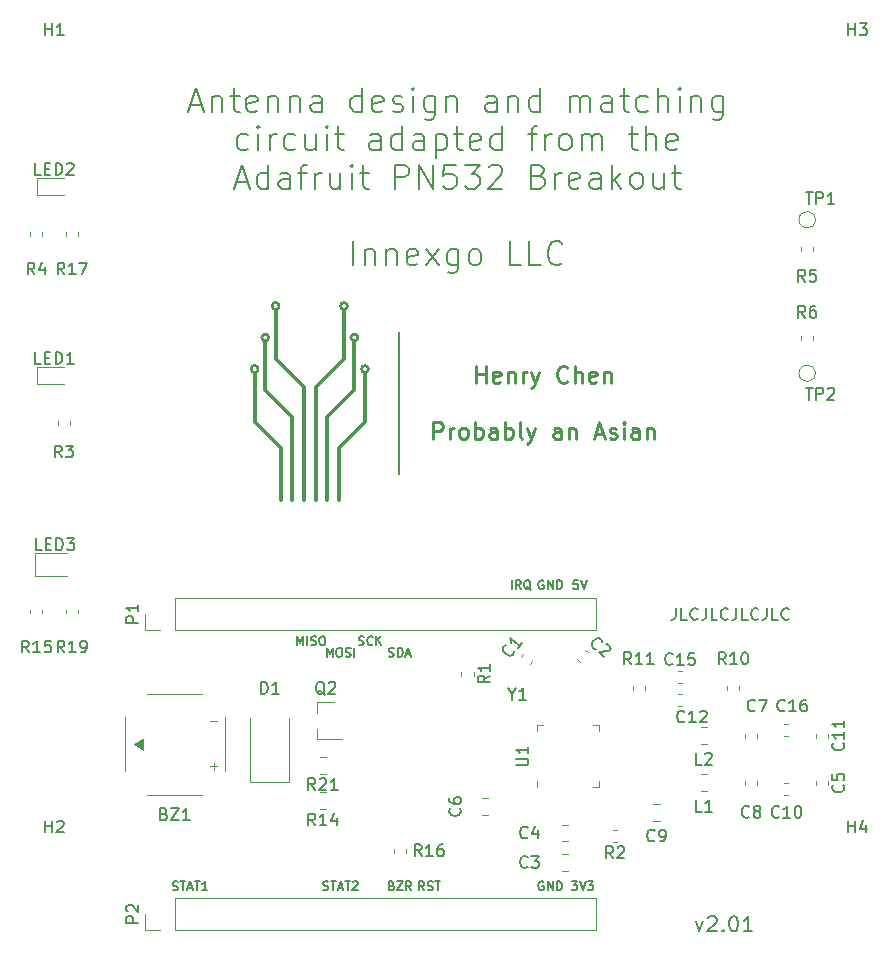
<source format=gto>
G04 #@! TF.GenerationSoftware,KiCad,Pcbnew,(5.1.6)-1*
G04 #@! TF.CreationDate,2022-02-06T18:42:46-08:00*
G04 #@! TF.ProjectId,MFRC522 PCB ESP32,4d465243-3532-4322-9050-434220455350,rev?*
G04 #@! TF.SameCoordinates,Original*
G04 #@! TF.FileFunction,Legend,Top*
G04 #@! TF.FilePolarity,Positive*
%FSLAX46Y46*%
G04 Gerber Fmt 4.6, Leading zero omitted, Abs format (unit mm)*
G04 Created by KiCad (PCBNEW (5.1.6)-1) date 2022-02-06 18:42:46*
%MOMM*%
%LPD*%
G01*
G04 APERTURE LIST*
%ADD10C,0.150000*%
%ADD11C,0.240000*%
%ADD12C,0.280000*%
%ADD13C,0.209999*%
%ADD14C,0.350000*%
%ADD15C,0.203000*%
%ADD16C,0.152000*%
%ADD17C,0.120000*%
%ADD18C,0.100000*%
%ADD19O,2.002000X2.002000*%
%ADD20R,2.002000X2.002000*%
%ADD21R,1.802000X1.802000*%
%ADD22R,3.202000X3.202000*%
%ADD23R,1.002000X0.902000*%
%ADD24R,1.902000X2.602000*%
%ADD25R,2.402000X2.402000*%
%ADD26C,1.448000*%
%ADD27C,3.302000*%
%ADD28C,1.102000*%
G04 APERTURE END LIST*
D10*
X227357142Y-93339285D02*
X227000000Y-93339285D01*
X226964285Y-93696428D01*
X227000000Y-93660714D01*
X227071428Y-93625000D01*
X227250000Y-93625000D01*
X227321428Y-93660714D01*
X227357142Y-93696428D01*
X227392857Y-93767857D01*
X227392857Y-93946428D01*
X227357142Y-94017857D01*
X227321428Y-94053571D01*
X227250000Y-94089285D01*
X227071428Y-94089285D01*
X227000000Y-94053571D01*
X226964285Y-94017857D01*
X227607142Y-93339285D02*
X227857142Y-94089285D01*
X228107142Y-93339285D01*
X224428571Y-93375000D02*
X224357142Y-93339285D01*
X224250000Y-93339285D01*
X224142857Y-93375000D01*
X224071428Y-93446428D01*
X224035714Y-93517857D01*
X224000000Y-93660714D01*
X224000000Y-93767857D01*
X224035714Y-93910714D01*
X224071428Y-93982142D01*
X224142857Y-94053571D01*
X224250000Y-94089285D01*
X224321428Y-94089285D01*
X224428571Y-94053571D01*
X224464285Y-94017857D01*
X224464285Y-93767857D01*
X224321428Y-93767857D01*
X224785714Y-94089285D02*
X224785714Y-93339285D01*
X225214285Y-94089285D01*
X225214285Y-93339285D01*
X225571428Y-94089285D02*
X225571428Y-93339285D01*
X225750000Y-93339285D01*
X225857142Y-93375000D01*
X225928571Y-93446428D01*
X225964285Y-93517857D01*
X226000000Y-93660714D01*
X226000000Y-93767857D01*
X225964285Y-93910714D01*
X225928571Y-93982142D01*
X225857142Y-94053571D01*
X225750000Y-94089285D01*
X225571428Y-94089285D01*
X221732142Y-94089285D02*
X221732142Y-93339285D01*
X222517857Y-94089285D02*
X222267857Y-93732142D01*
X222089285Y-94089285D02*
X222089285Y-93339285D01*
X222375000Y-93339285D01*
X222446428Y-93375000D01*
X222482142Y-93410714D01*
X222517857Y-93482142D01*
X222517857Y-93589285D01*
X222482142Y-93660714D01*
X222446428Y-93696428D01*
X222375000Y-93732142D01*
X222089285Y-93732142D01*
X223339285Y-94160714D02*
X223267857Y-94125000D01*
X223196428Y-94053571D01*
X223089285Y-93946428D01*
X223017857Y-93910714D01*
X222946428Y-93910714D01*
X222982142Y-94089285D02*
X222910714Y-94053571D01*
X222839285Y-93982142D01*
X222803571Y-93839285D01*
X222803571Y-93589285D01*
X222839285Y-93446428D01*
X222910714Y-93375000D01*
X222982142Y-93339285D01*
X223125000Y-93339285D01*
X223196428Y-93375000D01*
X223267857Y-93446428D01*
X223303571Y-93589285D01*
X223303571Y-93839285D01*
X223267857Y-93982142D01*
X223196428Y-94053571D01*
X223125000Y-94089285D01*
X222982142Y-94089285D01*
X211339285Y-99803571D02*
X211446428Y-99839285D01*
X211625000Y-99839285D01*
X211696428Y-99803571D01*
X211732142Y-99767857D01*
X211767857Y-99696428D01*
X211767857Y-99625000D01*
X211732142Y-99553571D01*
X211696428Y-99517857D01*
X211625000Y-99482142D01*
X211482142Y-99446428D01*
X211410714Y-99410714D01*
X211375000Y-99375000D01*
X211339285Y-99303571D01*
X211339285Y-99232142D01*
X211375000Y-99160714D01*
X211410714Y-99125000D01*
X211482142Y-99089285D01*
X211660714Y-99089285D01*
X211767857Y-99125000D01*
X212089285Y-99839285D02*
X212089285Y-99089285D01*
X212267857Y-99089285D01*
X212375000Y-99125000D01*
X212446428Y-99196428D01*
X212482142Y-99267857D01*
X212517857Y-99410714D01*
X212517857Y-99517857D01*
X212482142Y-99660714D01*
X212446428Y-99732142D01*
X212375000Y-99803571D01*
X212267857Y-99839285D01*
X212089285Y-99839285D01*
X212803571Y-99625000D02*
X213160714Y-99625000D01*
X212732142Y-99839285D02*
X212982142Y-99089285D01*
X213232142Y-99839285D01*
X208785714Y-98803571D02*
X208892857Y-98839285D01*
X209071428Y-98839285D01*
X209142857Y-98803571D01*
X209178571Y-98767857D01*
X209214285Y-98696428D01*
X209214285Y-98625000D01*
X209178571Y-98553571D01*
X209142857Y-98517857D01*
X209071428Y-98482142D01*
X208928571Y-98446428D01*
X208857142Y-98410714D01*
X208821428Y-98375000D01*
X208785714Y-98303571D01*
X208785714Y-98232142D01*
X208821428Y-98160714D01*
X208857142Y-98125000D01*
X208928571Y-98089285D01*
X209107142Y-98089285D01*
X209214285Y-98125000D01*
X209964285Y-98767857D02*
X209928571Y-98803571D01*
X209821428Y-98839285D01*
X209750000Y-98839285D01*
X209642857Y-98803571D01*
X209571428Y-98732142D01*
X209535714Y-98660714D01*
X209500000Y-98517857D01*
X209500000Y-98410714D01*
X209535714Y-98267857D01*
X209571428Y-98196428D01*
X209642857Y-98125000D01*
X209750000Y-98089285D01*
X209821428Y-98089285D01*
X209928571Y-98125000D01*
X209964285Y-98160714D01*
X210285714Y-98839285D02*
X210285714Y-98089285D01*
X210714285Y-98839285D02*
X210392857Y-98410714D01*
X210714285Y-98089285D02*
X210285714Y-98517857D01*
X206071428Y-99839285D02*
X206071428Y-99089285D01*
X206321428Y-99625000D01*
X206571428Y-99089285D01*
X206571428Y-99839285D01*
X207071428Y-99089285D02*
X207214285Y-99089285D01*
X207285714Y-99125000D01*
X207357142Y-99196428D01*
X207392857Y-99339285D01*
X207392857Y-99589285D01*
X207357142Y-99732142D01*
X207285714Y-99803571D01*
X207214285Y-99839285D01*
X207071428Y-99839285D01*
X207000000Y-99803571D01*
X206928571Y-99732142D01*
X206892857Y-99589285D01*
X206892857Y-99339285D01*
X206928571Y-99196428D01*
X207000000Y-99125000D01*
X207071428Y-99089285D01*
X207678571Y-99803571D02*
X207785714Y-99839285D01*
X207964285Y-99839285D01*
X208035714Y-99803571D01*
X208071428Y-99767857D01*
X208107142Y-99696428D01*
X208107142Y-99625000D01*
X208071428Y-99553571D01*
X208035714Y-99517857D01*
X207964285Y-99482142D01*
X207821428Y-99446428D01*
X207750000Y-99410714D01*
X207714285Y-99375000D01*
X207678571Y-99303571D01*
X207678571Y-99232142D01*
X207714285Y-99160714D01*
X207750000Y-99125000D01*
X207821428Y-99089285D01*
X208000000Y-99089285D01*
X208107142Y-99125000D01*
X208428571Y-99839285D02*
X208428571Y-99089285D01*
X203571428Y-98839285D02*
X203571428Y-98089285D01*
X203821428Y-98625000D01*
X204071428Y-98089285D01*
X204071428Y-98839285D01*
X204428571Y-98839285D02*
X204428571Y-98089285D01*
X204750000Y-98803571D02*
X204857142Y-98839285D01*
X205035714Y-98839285D01*
X205107142Y-98803571D01*
X205142857Y-98767857D01*
X205178571Y-98696428D01*
X205178571Y-98625000D01*
X205142857Y-98553571D01*
X205107142Y-98517857D01*
X205035714Y-98482142D01*
X204892857Y-98446428D01*
X204821428Y-98410714D01*
X204785714Y-98375000D01*
X204750000Y-98303571D01*
X204750000Y-98232142D01*
X204785714Y-98160714D01*
X204821428Y-98125000D01*
X204892857Y-98089285D01*
X205071428Y-98089285D01*
X205178571Y-98125000D01*
X205642857Y-98089285D02*
X205785714Y-98089285D01*
X205857142Y-98125000D01*
X205928571Y-98196428D01*
X205964285Y-98339285D01*
X205964285Y-98589285D01*
X205928571Y-98732142D01*
X205857142Y-98803571D01*
X205785714Y-98839285D01*
X205642857Y-98839285D01*
X205571428Y-98803571D01*
X205500000Y-98732142D01*
X205464285Y-98589285D01*
X205464285Y-98339285D01*
X205500000Y-98196428D01*
X205571428Y-98125000D01*
X205642857Y-98089285D01*
X193035714Y-119553571D02*
X193142857Y-119589285D01*
X193321428Y-119589285D01*
X193392857Y-119553571D01*
X193428571Y-119517857D01*
X193464285Y-119446428D01*
X193464285Y-119375000D01*
X193428571Y-119303571D01*
X193392857Y-119267857D01*
X193321428Y-119232142D01*
X193178571Y-119196428D01*
X193107142Y-119160714D01*
X193071428Y-119125000D01*
X193035714Y-119053571D01*
X193035714Y-118982142D01*
X193071428Y-118910714D01*
X193107142Y-118875000D01*
X193178571Y-118839285D01*
X193357142Y-118839285D01*
X193464285Y-118875000D01*
X193678571Y-118839285D02*
X194107142Y-118839285D01*
X193892857Y-119589285D02*
X193892857Y-118839285D01*
X194321428Y-119375000D02*
X194678571Y-119375000D01*
X194250000Y-119589285D02*
X194500000Y-118839285D01*
X194750000Y-119589285D01*
X194892857Y-118839285D02*
X195321428Y-118839285D01*
X195107142Y-119589285D02*
X195107142Y-118839285D01*
X195964285Y-119589285D02*
X195535714Y-119589285D01*
X195750000Y-119589285D02*
X195750000Y-118839285D01*
X195678571Y-118946428D01*
X195607142Y-119017857D01*
X195535714Y-119053571D01*
X211571428Y-119196428D02*
X211678571Y-119232142D01*
X211714285Y-119267857D01*
X211750000Y-119339285D01*
X211750000Y-119446428D01*
X211714285Y-119517857D01*
X211678571Y-119553571D01*
X211607142Y-119589285D01*
X211321428Y-119589285D01*
X211321428Y-118839285D01*
X211571428Y-118839285D01*
X211642857Y-118875000D01*
X211678571Y-118910714D01*
X211714285Y-118982142D01*
X211714285Y-119053571D01*
X211678571Y-119125000D01*
X211642857Y-119160714D01*
X211571428Y-119196428D01*
X211321428Y-119196428D01*
X212000000Y-118839285D02*
X212500000Y-118839285D01*
X212000000Y-119589285D01*
X212500000Y-119589285D01*
X213214285Y-119589285D02*
X212964285Y-119232142D01*
X212785714Y-119589285D02*
X212785714Y-118839285D01*
X213071428Y-118839285D01*
X213142857Y-118875000D01*
X213178571Y-118910714D01*
X213214285Y-118982142D01*
X213214285Y-119089285D01*
X213178571Y-119160714D01*
X213142857Y-119196428D01*
X213071428Y-119232142D01*
X212785714Y-119232142D01*
X226821428Y-118839285D02*
X227285714Y-118839285D01*
X227035714Y-119125000D01*
X227142857Y-119125000D01*
X227214285Y-119160714D01*
X227250000Y-119196428D01*
X227285714Y-119267857D01*
X227285714Y-119446428D01*
X227250000Y-119517857D01*
X227214285Y-119553571D01*
X227142857Y-119589285D01*
X226928571Y-119589285D01*
X226857142Y-119553571D01*
X226821428Y-119517857D01*
X227500000Y-118839285D02*
X227750000Y-119589285D01*
X228000000Y-118839285D01*
X228178571Y-118839285D02*
X228642857Y-118839285D01*
X228392857Y-119125000D01*
X228500000Y-119125000D01*
X228571428Y-119160714D01*
X228607142Y-119196428D01*
X228642857Y-119267857D01*
X228642857Y-119446428D01*
X228607142Y-119517857D01*
X228571428Y-119553571D01*
X228500000Y-119589285D01*
X228285714Y-119589285D01*
X228214285Y-119553571D01*
X228178571Y-119517857D01*
X224428571Y-118875000D02*
X224357142Y-118839285D01*
X224250000Y-118839285D01*
X224142857Y-118875000D01*
X224071428Y-118946428D01*
X224035714Y-119017857D01*
X224000000Y-119160714D01*
X224000000Y-119267857D01*
X224035714Y-119410714D01*
X224071428Y-119482142D01*
X224142857Y-119553571D01*
X224250000Y-119589285D01*
X224321428Y-119589285D01*
X224428571Y-119553571D01*
X224464285Y-119517857D01*
X224464285Y-119267857D01*
X224321428Y-119267857D01*
X224785714Y-119589285D02*
X224785714Y-118839285D01*
X225214285Y-119589285D01*
X225214285Y-118839285D01*
X225571428Y-119589285D02*
X225571428Y-118839285D01*
X225750000Y-118839285D01*
X225857142Y-118875000D01*
X225928571Y-118946428D01*
X225964285Y-119017857D01*
X226000000Y-119160714D01*
X226000000Y-119267857D01*
X225964285Y-119410714D01*
X225928571Y-119482142D01*
X225857142Y-119553571D01*
X225750000Y-119589285D01*
X225571428Y-119589285D01*
X214339285Y-119589285D02*
X214089285Y-119232142D01*
X213910714Y-119589285D02*
X213910714Y-118839285D01*
X214196428Y-118839285D01*
X214267857Y-118875000D01*
X214303571Y-118910714D01*
X214339285Y-118982142D01*
X214339285Y-119089285D01*
X214303571Y-119160714D01*
X214267857Y-119196428D01*
X214196428Y-119232142D01*
X213910714Y-119232142D01*
X214625000Y-119553571D02*
X214732142Y-119589285D01*
X214910714Y-119589285D01*
X214982142Y-119553571D01*
X215017857Y-119517857D01*
X215053571Y-119446428D01*
X215053571Y-119375000D01*
X215017857Y-119303571D01*
X214982142Y-119267857D01*
X214910714Y-119232142D01*
X214767857Y-119196428D01*
X214696428Y-119160714D01*
X214660714Y-119125000D01*
X214625000Y-119053571D01*
X214625000Y-118982142D01*
X214660714Y-118910714D01*
X214696428Y-118875000D01*
X214767857Y-118839285D01*
X214946428Y-118839285D01*
X215053571Y-118875000D01*
X215267857Y-118839285D02*
X215696428Y-118839285D01*
X215482142Y-119589285D02*
X215482142Y-118839285D01*
X205785714Y-119553571D02*
X205892857Y-119589285D01*
X206071428Y-119589285D01*
X206142857Y-119553571D01*
X206178571Y-119517857D01*
X206214285Y-119446428D01*
X206214285Y-119375000D01*
X206178571Y-119303571D01*
X206142857Y-119267857D01*
X206071428Y-119232142D01*
X205928571Y-119196428D01*
X205857142Y-119160714D01*
X205821428Y-119125000D01*
X205785714Y-119053571D01*
X205785714Y-118982142D01*
X205821428Y-118910714D01*
X205857142Y-118875000D01*
X205928571Y-118839285D01*
X206107142Y-118839285D01*
X206214285Y-118875000D01*
X206428571Y-118839285D02*
X206857142Y-118839285D01*
X206642857Y-119589285D02*
X206642857Y-118839285D01*
X207071428Y-119375000D02*
X207428571Y-119375000D01*
X207000000Y-119589285D02*
X207250000Y-118839285D01*
X207500000Y-119589285D01*
X207642857Y-118839285D02*
X208071428Y-118839285D01*
X207857142Y-119589285D02*
X207857142Y-118839285D01*
X208285714Y-118910714D02*
X208321428Y-118875000D01*
X208392857Y-118839285D01*
X208571428Y-118839285D01*
X208642857Y-118875000D01*
X208678571Y-118910714D01*
X208714285Y-118982142D01*
X208714285Y-119053571D01*
X208678571Y-119160714D01*
X208250000Y-119589285D01*
X208714285Y-119589285D01*
X235630952Y-95702380D02*
X235630952Y-96416666D01*
X235583333Y-96559523D01*
X235488095Y-96654761D01*
X235345238Y-96702380D01*
X235250000Y-96702380D01*
X236583333Y-96702380D02*
X236107142Y-96702380D01*
X236107142Y-95702380D01*
X237488095Y-96607142D02*
X237440476Y-96654761D01*
X237297619Y-96702380D01*
X237202380Y-96702380D01*
X237059523Y-96654761D01*
X236964285Y-96559523D01*
X236916666Y-96464285D01*
X236869047Y-96273809D01*
X236869047Y-96130952D01*
X236916666Y-95940476D01*
X236964285Y-95845238D01*
X237059523Y-95750000D01*
X237202380Y-95702380D01*
X237297619Y-95702380D01*
X237440476Y-95750000D01*
X237488095Y-95797619D01*
X238202380Y-95702380D02*
X238202380Y-96416666D01*
X238154761Y-96559523D01*
X238059523Y-96654761D01*
X237916666Y-96702380D01*
X237821428Y-96702380D01*
X239154761Y-96702380D02*
X238678571Y-96702380D01*
X238678571Y-95702380D01*
X240059523Y-96607142D02*
X240011904Y-96654761D01*
X239869047Y-96702380D01*
X239773809Y-96702380D01*
X239630952Y-96654761D01*
X239535714Y-96559523D01*
X239488095Y-96464285D01*
X239440476Y-96273809D01*
X239440476Y-96130952D01*
X239488095Y-95940476D01*
X239535714Y-95845238D01*
X239630952Y-95750000D01*
X239773809Y-95702380D01*
X239869047Y-95702380D01*
X240011904Y-95750000D01*
X240059523Y-95797619D01*
X240773809Y-95702380D02*
X240773809Y-96416666D01*
X240726190Y-96559523D01*
X240630952Y-96654761D01*
X240488095Y-96702380D01*
X240392857Y-96702380D01*
X241726190Y-96702380D02*
X241250000Y-96702380D01*
X241250000Y-95702380D01*
X242630952Y-96607142D02*
X242583333Y-96654761D01*
X242440476Y-96702380D01*
X242345238Y-96702380D01*
X242202380Y-96654761D01*
X242107142Y-96559523D01*
X242059523Y-96464285D01*
X242011904Y-96273809D01*
X242011904Y-96130952D01*
X242059523Y-95940476D01*
X242107142Y-95845238D01*
X242202380Y-95750000D01*
X242345238Y-95702380D01*
X242440476Y-95702380D01*
X242583333Y-95750000D01*
X242630952Y-95797619D01*
X243345238Y-95702380D02*
X243345238Y-96416666D01*
X243297619Y-96559523D01*
X243202380Y-96654761D01*
X243059523Y-96702380D01*
X242964285Y-96702380D01*
X244297619Y-96702380D02*
X243821428Y-96702380D01*
X243821428Y-95702380D01*
X245202380Y-96607142D02*
X245154761Y-96654761D01*
X245011904Y-96702380D01*
X244916666Y-96702380D01*
X244773809Y-96654761D01*
X244678571Y-96559523D01*
X244630952Y-96464285D01*
X244583333Y-96273809D01*
X244583333Y-96130952D01*
X244630952Y-95940476D01*
X244678571Y-95845238D01*
X244773809Y-95750000D01*
X244916666Y-95702380D01*
X245011904Y-95702380D01*
X245154761Y-95750000D01*
X245202380Y-95797619D01*
D11*
X209610780Y-75466295D02*
G75*
G03*
X209610780Y-75466295I-295000J0D01*
G01*
X208721780Y-72799295D02*
G75*
G03*
X208721780Y-72799295I-295000J0D01*
G01*
X207832780Y-70132295D02*
G75*
G03*
X207832780Y-70132295I-295000J0D01*
G01*
X202054280Y-70132295D02*
G75*
G03*
X202054280Y-70132295I-295000J0D01*
G01*
X201165280Y-72799295D02*
G75*
G03*
X201165280Y-72799295I-295000J0D01*
G01*
X200276280Y-75466295D02*
G75*
G03*
X200276280Y-75466295I-295000J0D01*
G01*
D12*
X228928896Y-75875235D02*
X228928896Y-75875235D01*
X229928131Y-75675211D02*
X229928131Y-75675211D01*
X229528082Y-75808561D02*
X229594756Y-75741886D01*
X215761919Y-80035756D02*
X215761919Y-80035756D01*
X229528082Y-75675211D02*
X229528082Y-76608661D01*
X228862221Y-75741886D02*
X228928896Y-75875235D01*
X227662071Y-75875235D02*
X227595397Y-75741886D01*
X228462172Y-75675211D02*
X228462172Y-75675211D01*
X228262146Y-75875235D02*
X228262146Y-75875235D01*
X228728870Y-76608661D02*
X228462172Y-76608661D01*
X227462045Y-75675211D02*
X227462045Y-75675211D01*
X227262022Y-75675211D02*
X227128670Y-75741886D01*
X228928896Y-76008585D02*
X228262146Y-76141936D01*
X215095168Y-79969081D02*
X215095168Y-79969081D01*
X228928896Y-75875235D02*
X228928896Y-76008585D01*
X228328821Y-76541986D02*
X228328821Y-76541986D01*
X228928896Y-76008585D02*
X228928896Y-76008585D01*
X230128157Y-75875235D02*
X230128157Y-75875235D01*
X229594756Y-75741886D02*
X229728108Y-75675211D01*
X229594756Y-75741886D02*
X229594756Y-75741886D01*
X228328821Y-76541986D02*
X228262146Y-76408635D01*
X227595397Y-75741886D02*
X227595397Y-75741886D01*
X228262146Y-75875235D02*
X228328821Y-75741886D01*
X215095168Y-81368366D02*
X215095168Y-79969081D01*
X230128157Y-75875235D02*
X230128157Y-76608661D01*
X230061482Y-75741886D02*
X230128157Y-75875235D01*
X228262146Y-76408635D02*
X228262146Y-75875235D01*
X230061482Y-75741886D02*
X230061482Y-75741886D01*
X228728870Y-75675211D02*
X228728870Y-75675211D01*
X229728108Y-75675211D02*
X229728108Y-75675211D01*
X228728870Y-75675211D02*
X228862221Y-75741886D01*
X227662071Y-75875235D02*
X227662071Y-75875235D01*
X228462172Y-76608661D02*
X228462172Y-76608661D01*
X228728870Y-76608661D02*
X228728870Y-76608661D01*
X227128670Y-75741886D02*
X227061996Y-75808561D01*
X227128670Y-75741886D02*
X227128670Y-75741886D01*
X227595397Y-75741886D02*
X227462045Y-75675211D01*
X228462172Y-75675211D02*
X228728870Y-75675211D01*
X215895268Y-80235780D02*
X215895268Y-80435806D01*
X215628569Y-79969081D02*
X215628569Y-79969081D01*
X227262022Y-75675211D02*
X227262022Y-75675211D01*
X215628569Y-79969081D02*
X215761919Y-80035756D01*
X215095168Y-79969081D02*
X215628569Y-79969081D01*
X229928131Y-75675211D02*
X230061482Y-75741886D01*
X228328821Y-75741886D02*
X228462172Y-75675211D01*
X228862221Y-76541986D02*
X228728870Y-76608661D01*
X228328821Y-75741886D02*
X228328821Y-75741886D01*
X227462045Y-75675211D02*
X227262022Y-75675211D01*
X229728108Y-75675211D02*
X229928131Y-75675211D01*
X228862221Y-75741886D02*
X228862221Y-75741886D01*
X228262146Y-76408635D02*
X228262146Y-76408635D01*
X215895268Y-80235780D02*
X215895268Y-80235780D01*
X215828593Y-80102431D02*
X215895268Y-80235780D01*
X215828593Y-80102431D02*
X215828593Y-80102431D01*
X215761919Y-80035756D02*
X215828593Y-80102431D01*
X228462172Y-76608661D02*
X228328821Y-76541986D01*
X222495202Y-81301692D02*
X222428528Y-81168342D01*
X218761404Y-81368366D02*
X218628943Y-81301692D01*
X222428528Y-81168342D02*
X222428528Y-79969081D01*
X220294929Y-80435806D02*
X220294929Y-80435806D01*
X222428528Y-81168342D02*
X222428528Y-81168342D01*
X221295053Y-81368366D02*
X221161703Y-81301692D01*
X221295053Y-81368366D02*
X221295053Y-81368366D01*
X221761778Y-81235016D02*
X221761778Y-81235016D01*
X219894878Y-81301692D02*
X219894878Y-81301692D01*
X218761404Y-81368366D02*
X218761404Y-81368366D01*
X221561754Y-81368366D02*
X221561754Y-81368366D01*
X221695104Y-81301692D02*
X221695104Y-81301692D01*
X221761778Y-81235016D02*
X221695104Y-81301692D01*
X221761778Y-80569156D02*
X221828453Y-80701617D01*
X220361603Y-80834967D02*
X220494954Y-80768291D01*
X221295053Y-80435806D02*
X221295053Y-80435806D01*
X221695104Y-80502480D02*
X221761778Y-80569156D01*
X221561754Y-80435806D02*
X221561754Y-80435806D01*
X219828204Y-81168342D02*
X219828204Y-81034992D01*
X220428279Y-80502480D02*
X220294929Y-80435806D01*
X220494954Y-81368366D02*
X220494954Y-80634941D01*
X223028603Y-80435806D02*
X223361978Y-81368366D01*
X220361603Y-80834967D02*
X220361603Y-80834967D01*
X220294929Y-80435806D02*
X220028229Y-80435806D01*
X220028229Y-81368366D02*
X219894878Y-81301692D01*
X220028229Y-80435806D02*
X220028229Y-80435806D01*
X220361603Y-81368366D02*
X220028229Y-81368366D01*
X222628554Y-81368366D02*
X222495202Y-81301692D01*
X221161703Y-80502480D02*
X221295053Y-80435806D01*
X221561754Y-81368366D02*
X221295053Y-81368366D01*
X220028229Y-80834967D02*
X220028229Y-80834967D01*
X221695104Y-81301692D02*
X221561754Y-81368366D01*
X220361603Y-81368366D02*
X220361603Y-81368366D01*
X221828453Y-80701617D02*
X221828453Y-81101666D01*
X219161453Y-81301692D02*
X219028104Y-81368366D01*
X219028104Y-81368366D02*
X219028104Y-81368366D01*
X221828453Y-80701617D02*
X221828453Y-80701617D01*
X221761778Y-80569156D02*
X221761778Y-80569156D01*
X220494954Y-81301692D02*
X220361603Y-81368366D01*
X219894878Y-80901641D02*
X220028229Y-80834967D01*
X220028229Y-81368366D02*
X220028229Y-81368366D01*
X221561754Y-80435806D02*
X221695104Y-80502480D01*
X219828204Y-81168342D02*
X219828204Y-81168342D01*
X220028229Y-80435806D02*
X219894878Y-80502480D01*
X221828453Y-81101666D02*
X221828453Y-81101666D01*
X220028229Y-80834967D02*
X220361603Y-80834967D01*
X219828204Y-81034992D02*
X219894878Y-80901641D01*
X222495202Y-81301692D02*
X222495202Y-81301692D01*
X221695104Y-80502480D02*
X221695104Y-80502480D01*
X223228629Y-81701741D02*
X223161955Y-81768417D01*
X221828453Y-81101666D02*
X221761778Y-81235016D01*
X220428279Y-80502480D02*
X220428279Y-80502480D01*
X221295053Y-80435806D02*
X221561754Y-80435806D01*
X219894878Y-80901641D02*
X219894878Y-80901641D01*
X223228629Y-81701741D02*
X223228629Y-81701741D01*
X219894878Y-81301692D02*
X219828204Y-81168342D01*
X221161703Y-81368366D02*
X221161703Y-79969081D01*
X219028104Y-81368366D02*
X218761404Y-81368366D01*
X219828204Y-81034992D02*
X219828204Y-81034992D01*
X223361978Y-81368366D02*
X223228629Y-81701741D01*
X223695353Y-80435806D02*
X223361978Y-81368366D01*
X220494954Y-80634941D02*
X220428279Y-80502480D01*
X220494954Y-80634941D02*
X220494954Y-80634941D01*
X223361978Y-81368366D02*
X223361978Y-81368366D01*
X217295442Y-80701617D02*
X217295442Y-80701617D01*
X219294803Y-80701617D02*
X219294803Y-81101666D01*
X219294803Y-80701617D02*
X219294803Y-80701617D01*
X219228129Y-80569156D02*
X219228129Y-80569156D01*
X219161453Y-80502480D02*
X219228129Y-80569156D01*
X219028104Y-80435806D02*
X219028104Y-80435806D01*
X217362118Y-81235016D02*
X217295442Y-81101666D01*
X217762167Y-81368366D02*
X217562143Y-81368366D01*
X217895518Y-80502480D02*
X217895518Y-80502480D01*
X216762043Y-80435806D02*
X216762043Y-80435806D01*
X217962193Y-80569156D02*
X217962193Y-80569156D01*
X217362118Y-80569156D02*
X217362118Y-80569156D01*
X217295442Y-80701617D02*
X217362118Y-80569156D01*
X217428793Y-81301692D02*
X217428793Y-81301692D01*
X216495343Y-80701617D02*
X216562018Y-80569156D01*
X215761919Y-80634941D02*
X215628569Y-80701617D01*
X217428793Y-81301692D02*
X217362118Y-81235016D01*
X216762043Y-80435806D02*
X216895393Y-80435806D01*
X215628569Y-80701617D02*
X215095168Y-80701617D01*
X219028104Y-80435806D02*
X219161453Y-80502480D01*
X218761404Y-80435806D02*
X219028104Y-80435806D01*
X218628943Y-80502480D02*
X218761404Y-80435806D01*
X218628943Y-81368366D02*
X218628943Y-79969081D01*
X215828593Y-80569156D02*
X215761919Y-80634941D01*
X217762167Y-81368366D02*
X217762167Y-81368366D01*
X217895518Y-81301692D02*
X217895518Y-81301692D01*
X218028868Y-81101666D02*
X218028868Y-81101666D01*
X217362118Y-80569156D02*
X217428793Y-80502480D01*
X215761919Y-80634941D02*
X215761919Y-80634941D01*
X217762167Y-80435806D02*
X217895518Y-80502480D01*
X215895268Y-80435806D02*
X215828593Y-80569156D01*
X217962193Y-81235016D02*
X217895518Y-81301692D01*
X217962193Y-81235016D02*
X217962193Y-81235016D01*
X217762167Y-80435806D02*
X217762167Y-80435806D01*
X217562143Y-80435806D02*
X217562143Y-80435806D01*
X216562018Y-80569156D02*
X216562018Y-80569156D01*
X215828593Y-80569156D02*
X215828593Y-80569156D01*
X217295442Y-81101666D02*
X217295442Y-81101666D01*
X217428793Y-80502480D02*
X217562143Y-80435806D01*
X216562018Y-80569156D02*
X216628693Y-80502480D01*
X217562143Y-81368366D02*
X217428793Y-81301692D01*
X217362118Y-81235016D02*
X217362118Y-81235016D01*
X218028868Y-80701617D02*
X218028868Y-81101666D01*
X218028868Y-81101666D02*
X217962193Y-81235016D01*
X216628693Y-80502480D02*
X216628693Y-80502480D01*
X217428793Y-80502480D02*
X217428793Y-80502480D01*
X218028868Y-80701617D02*
X218028868Y-80701617D01*
X217295442Y-81101666D02*
X217295442Y-80701617D01*
X216495343Y-81368366D02*
X216495343Y-80435806D01*
X219161453Y-81301692D02*
X219161453Y-81301692D01*
X219228129Y-81235016D02*
X219228129Y-81235016D01*
X218761404Y-80435806D02*
X218761404Y-80435806D01*
X216628693Y-80502480D02*
X216762043Y-80435806D01*
X215628569Y-80701617D02*
X215628569Y-80701617D01*
X219294803Y-81101666D02*
X219228129Y-81235016D01*
X219228129Y-81235016D02*
X219161453Y-81301692D01*
X215895268Y-80435806D02*
X215895268Y-80435806D01*
X217895518Y-81301692D02*
X217762167Y-81368366D01*
X219228129Y-80569156D02*
X219294803Y-80701617D01*
X217895518Y-80502480D02*
X217962193Y-80569156D01*
X217562143Y-80435806D02*
X217762167Y-80435806D01*
X219161453Y-80502480D02*
X219161453Y-80502480D01*
X217962193Y-80569156D02*
X218028868Y-80701617D01*
X219294803Y-81101666D02*
X219294803Y-81101666D01*
X220128686Y-76408635D02*
X220128686Y-75875235D01*
X220195361Y-75741886D02*
X220195361Y-75741886D01*
X220328711Y-76608661D02*
X220195361Y-76541986D01*
X220328711Y-76608661D02*
X220328711Y-76608661D01*
X220728760Y-76541986D02*
X220595411Y-76608661D01*
X220128686Y-75875235D02*
X220195361Y-75741886D01*
X220195361Y-76541986D02*
X220128686Y-76408635D01*
X220595411Y-75675211D02*
X220595411Y-75675211D01*
X220728760Y-75741886D02*
X220728760Y-75741886D01*
X220595411Y-75675211D02*
X220728760Y-75741886D01*
X220328711Y-75675211D02*
X220595411Y-75675211D01*
X220328711Y-75675211D02*
X220328711Y-75675211D01*
X219528611Y-76608661D02*
X219528611Y-75208486D01*
X218728511Y-75875235D02*
X219528611Y-75875235D01*
X218728511Y-76608661D02*
X218728511Y-75208486D01*
X220128686Y-76408635D02*
X220128686Y-76408635D01*
X220595411Y-76608661D02*
X220328711Y-76608661D01*
X220195361Y-76541986D02*
X220195361Y-76541986D01*
X220195361Y-75741886D02*
X220328711Y-75675211D01*
X220128686Y-75875235D02*
X220128686Y-75875235D01*
X220595411Y-76608661D02*
X220595411Y-76608661D01*
D13*
X212205030Y-72354796D02*
X212205030Y-84356296D01*
D12*
X222661446Y-75941910D02*
X222728121Y-75808561D01*
X220795436Y-75875235D02*
X220795436Y-76008585D01*
X222794795Y-75741886D02*
X222928147Y-75675211D01*
X223528222Y-77008710D02*
X223528222Y-77008710D01*
X225861845Y-75275161D02*
X225861845Y-75275161D01*
X223394870Y-75675211D02*
X223728245Y-76608661D01*
X225661822Y-75541860D02*
X225728497Y-75408510D01*
X225661822Y-75541860D02*
X225661822Y-75541860D01*
X226061871Y-76608661D02*
X225861845Y-76541986D01*
X225595145Y-75808561D02*
X225661822Y-75541860D01*
X221795560Y-75675211D02*
X221795560Y-75675211D01*
X226195220Y-76608661D02*
X226061871Y-76608661D01*
X223594896Y-76942035D02*
X223594896Y-76942035D01*
X221995586Y-75875235D02*
X221995586Y-75875235D01*
X222928147Y-75675211D02*
X222928147Y-75675211D01*
X222794795Y-75741886D02*
X222794795Y-75741886D01*
X222928147Y-75675211D02*
X223061496Y-75675211D01*
X222728121Y-75808561D02*
X222728121Y-75808561D01*
X221462185Y-75741886D02*
X221462185Y-75741886D01*
X222728121Y-75808561D02*
X222794795Y-75741886D01*
X225595145Y-75808561D02*
X225595145Y-75808561D01*
X225661822Y-76275286D02*
X225595145Y-76008585D01*
X226395246Y-76541986D02*
X226395246Y-76541986D01*
X226395246Y-76541986D02*
X226195220Y-76608661D01*
X223528222Y-77008710D02*
X223394870Y-77075386D01*
X221462185Y-75741886D02*
X221595536Y-75675211D01*
X226061871Y-75208486D02*
X226195220Y-75208486D01*
X221795560Y-75675211D02*
X221928912Y-75741886D01*
X226195220Y-75208486D02*
X226195220Y-75208486D01*
X223728245Y-76608661D02*
X223728245Y-76608661D01*
X220795436Y-76008585D02*
X220128686Y-76141936D01*
X221595536Y-75675211D02*
X221795560Y-75675211D01*
X227662071Y-76608661D02*
X227662071Y-75875235D01*
X227061996Y-76608661D02*
X227061996Y-75208486D01*
X226395246Y-75275161D02*
X226461921Y-75341835D01*
X222661446Y-76608661D02*
X222661446Y-75675211D01*
X225595145Y-76008585D02*
X225595145Y-76008585D01*
X226395246Y-75275161D02*
X226395246Y-75275161D01*
X226195220Y-76608661D02*
X226195220Y-76608661D01*
X224061623Y-75675211D02*
X223728245Y-76608661D01*
X223594896Y-76942035D02*
X223528222Y-77008710D01*
X225728497Y-76408635D02*
X225661822Y-76275286D01*
X226061871Y-76608661D02*
X226061871Y-76608661D01*
X221995586Y-75875235D02*
X221995586Y-76608661D01*
X223728245Y-76608661D02*
X223594896Y-76942035D01*
X221395511Y-75675211D02*
X221395511Y-76608661D01*
X226195220Y-75208486D02*
X226395246Y-75275161D01*
X225728497Y-75408510D02*
X225861845Y-75275161D01*
X225728497Y-75408510D02*
X225728497Y-75408510D01*
X225728497Y-76408635D02*
X225728497Y-76408635D01*
X225861845Y-76541986D02*
X225861845Y-76541986D01*
X221928912Y-75741886D02*
X221995586Y-75875235D01*
X221928912Y-75741886D02*
X221928912Y-75741886D01*
X220795436Y-75875235D02*
X220795436Y-75875235D01*
X220728760Y-75741886D02*
X220795436Y-75875235D01*
X220795436Y-76008585D02*
X220795436Y-76008585D01*
X226061871Y-75208486D02*
X226061871Y-75208486D01*
X226461921Y-76475310D02*
X226395246Y-76541986D01*
X221595536Y-75675211D02*
X221595536Y-75675211D01*
X225861845Y-75275161D02*
X226061871Y-75208486D01*
X225861845Y-76541986D02*
X225728497Y-76408635D01*
X225595145Y-76008585D02*
X225595145Y-75808561D01*
X221395511Y-75808561D02*
X221462185Y-75741886D01*
X225661822Y-76275286D02*
X225661822Y-76275286D01*
X227161563Y-80634941D02*
X227161563Y-80634941D01*
X226961540Y-80435806D02*
X226961540Y-80435806D01*
X226761514Y-80435806D02*
X226961540Y-80435806D01*
X225295552Y-81301692D02*
X225228878Y-81168342D01*
X226761514Y-80435806D02*
X226761514Y-80435806D01*
X225428904Y-80834967D02*
X225428904Y-80834967D01*
X226561490Y-80569156D02*
X226628165Y-80502480D01*
X225228878Y-81034992D02*
X225228878Y-81034992D01*
X225295552Y-80901641D02*
X225428904Y-80834967D01*
X225762278Y-80834967D02*
X225762278Y-80834967D01*
X225695604Y-80435806D02*
X225428904Y-80435806D01*
X225695604Y-80435806D02*
X225695604Y-80435806D01*
X225428904Y-80834967D02*
X225762278Y-80834967D01*
X223161955Y-81768417D02*
X223161955Y-81768417D01*
X226628165Y-80502480D02*
X226761514Y-80435806D01*
X225428904Y-81368366D02*
X225428904Y-81368366D01*
X230428639Y-81368366D02*
X230428639Y-81368366D01*
X227094888Y-80502480D02*
X227161563Y-80634941D01*
X225228878Y-81168342D02*
X225228878Y-81168342D01*
X225894738Y-81301692D02*
X225762278Y-81368366D01*
X230161939Y-81368366D02*
X230428639Y-81368366D01*
X226961540Y-80435806D02*
X227094888Y-80502480D01*
X230028590Y-81301692D02*
X230161939Y-81368366D01*
X225428904Y-81368366D02*
X225295552Y-81301692D01*
X225428904Y-80435806D02*
X225295552Y-80502480D01*
X227094888Y-80502480D02*
X227094888Y-80502480D01*
X226628165Y-80502480D02*
X226628165Y-80502480D01*
X225762278Y-81368366D02*
X225428904Y-81368366D01*
X225295552Y-81301692D02*
X225295552Y-81301692D01*
X230628665Y-81101666D02*
X230561988Y-80968317D01*
X230628665Y-81101666D02*
X230628665Y-81101666D01*
X226561490Y-80435806D02*
X226561490Y-81368366D01*
X225828064Y-80502480D02*
X225828064Y-80502480D01*
X225228878Y-81168342D02*
X225228878Y-81034992D01*
X230628665Y-81168342D02*
X230628665Y-81101666D01*
X225762278Y-80834967D02*
X225894738Y-80768291D01*
X230428639Y-81368366D02*
X230561988Y-81301692D01*
X225295552Y-80901641D02*
X225295552Y-80901641D01*
X230628665Y-81168342D02*
X230628665Y-81168342D01*
X225428904Y-80435806D02*
X225428904Y-80435806D01*
X230561988Y-81301692D02*
X230628665Y-81168342D01*
X230561988Y-81301692D02*
X230561988Y-81301692D01*
X230161939Y-81368366D02*
X230161939Y-81368366D01*
X225228878Y-81034992D02*
X225295552Y-80901641D01*
X225894738Y-80634941D02*
X225828064Y-80502480D01*
X228695088Y-81368366D02*
X229161814Y-79969081D01*
X227161563Y-80634941D02*
X227161563Y-81368366D01*
X225828064Y-80502480D02*
X225695604Y-80435806D01*
X229161814Y-79969081D02*
X229628538Y-81368366D01*
X229161814Y-79969081D02*
X229161814Y-79969081D01*
X225894738Y-80634941D02*
X225894738Y-80634941D01*
X228828439Y-80968317D02*
X229495189Y-80968317D01*
X225762278Y-81368366D02*
X225762278Y-81368366D01*
X225894738Y-81368366D02*
X225894738Y-80634941D01*
X223161955Y-81768417D02*
X223028603Y-81835091D01*
D14*
X204159580Y-86578795D02*
X204159580Y-76977596D01*
X199981280Y-79911296D02*
X199981280Y-75819355D01*
X209315780Y-79911296D02*
X209315780Y-75821895D01*
D12*
X233761500Y-80634941D02*
X233761500Y-80634941D01*
D14*
X206115380Y-86578795D02*
X206115380Y-79555695D01*
X200870280Y-77244295D02*
X200870280Y-73154895D01*
X202203780Y-82133795D02*
X199981280Y-79911296D01*
X203181680Y-79555695D02*
X200870280Y-77244295D01*
X204159580Y-76977596D02*
X201759280Y-74577296D01*
X207537780Y-74577296D02*
X207537780Y-70487895D01*
X205137480Y-86578795D02*
X205137480Y-76977596D01*
X205137480Y-76977596D02*
X207537780Y-74577296D01*
X207093280Y-82133795D02*
X209315780Y-79911296D01*
X207093280Y-86578795D02*
X207093280Y-82133795D01*
X201759280Y-74577296D02*
X201759280Y-70487895D01*
X208426780Y-77244295D02*
X208426780Y-73154895D01*
X202203780Y-86578795D02*
X202203780Y-82133795D01*
D12*
X233761500Y-80634941D02*
X233761500Y-81368366D01*
D14*
X206115380Y-79555695D02*
X208426780Y-77244295D01*
X203181680Y-86578795D02*
X203181680Y-79555695D01*
D12*
X231895490Y-81301692D02*
X231895490Y-81301692D01*
X230228613Y-80435806D02*
X230428639Y-80435806D01*
X232495565Y-81301692D02*
X232362213Y-81368366D01*
X232428888Y-80502480D02*
X232295539Y-80435806D01*
X230095264Y-80834967D02*
X230028590Y-80701617D01*
X230228613Y-80901641D02*
X230228613Y-80901641D01*
X230428639Y-80901641D02*
X230228613Y-80901641D01*
X232295539Y-80435806D02*
X232295539Y-80435806D01*
X231895490Y-80901641D02*
X232028838Y-80834967D01*
X230095264Y-80502480D02*
X230095264Y-80502480D01*
X231295414Y-80035756D02*
X231295414Y-80035756D01*
X232495565Y-81368366D02*
X232495565Y-80634941D01*
X232495565Y-80634941D02*
X232428888Y-80502480D01*
X232362213Y-80834967D02*
X232362213Y-80834967D01*
X231895490Y-80901641D02*
X231895490Y-80901641D01*
X231828813Y-81034992D02*
X231828813Y-81034992D01*
X232362213Y-81368366D02*
X232028838Y-81368366D01*
X231162063Y-80035756D02*
X231162063Y-80035756D01*
X230028590Y-80701617D02*
X230028590Y-80701617D01*
X232495565Y-80634941D02*
X232495565Y-80634941D01*
X232028838Y-80435806D02*
X232028838Y-80435806D01*
X230561988Y-80968317D02*
X230428639Y-80901641D01*
X232362213Y-81368366D02*
X232362213Y-81368366D01*
X232295539Y-80435806D02*
X232028838Y-80435806D01*
X231162063Y-80035756D02*
X231228740Y-80102431D01*
X230228613Y-80901641D02*
X230095264Y-80834967D01*
X231295414Y-80035756D02*
X231228740Y-79969081D01*
X230095264Y-80834967D02*
X230095264Y-80834967D01*
X233694826Y-80502480D02*
X233761500Y-80634941D01*
X233694826Y-80502480D02*
X233694826Y-80502480D01*
X230428639Y-80435806D02*
X230561988Y-80502480D01*
X231228740Y-80102431D02*
X231295414Y-80035756D01*
X231828813Y-81168342D02*
X231828813Y-81034992D01*
X233561474Y-80435806D02*
X233694826Y-80502480D01*
X233561474Y-80435806D02*
X233561474Y-80435806D01*
X233361448Y-80435806D02*
X233561474Y-80435806D01*
X233228100Y-80502480D02*
X233228100Y-80502480D01*
X233161425Y-80569156D02*
X233228100Y-80502480D01*
X231828813Y-81168342D02*
X231828813Y-81168342D01*
X233161425Y-80435806D02*
X233161425Y-81368366D01*
X231828813Y-81034992D02*
X231895490Y-80901641D01*
X232028838Y-80834967D02*
X232362213Y-80834967D01*
X232028838Y-81368366D02*
X232028838Y-81368366D01*
X230028590Y-80634941D02*
X230095264Y-80502480D01*
X230028590Y-80701617D02*
X230028590Y-80634941D01*
X231228740Y-81368366D02*
X231228740Y-80435806D01*
X232028838Y-80834967D02*
X232028838Y-80834967D01*
X232428888Y-80502480D02*
X232428888Y-80502480D01*
X231895490Y-81301692D02*
X231828813Y-81168342D01*
X231228740Y-79969081D02*
X231228740Y-80102431D01*
X230428639Y-80901641D02*
X230428639Y-80901641D01*
X231228740Y-79969081D02*
X231228740Y-79969081D01*
X230428639Y-80435806D02*
X230428639Y-80435806D01*
X230228613Y-80435806D02*
X230228613Y-80435806D01*
X230095264Y-80502480D02*
X230228613Y-80435806D01*
X230561988Y-80968317D02*
X230561988Y-80968317D01*
X232028838Y-81368366D02*
X231895490Y-81301692D01*
X232362213Y-80834967D02*
X232495565Y-80768291D01*
X231228740Y-80102431D02*
X231228740Y-80102431D01*
X230028590Y-80634941D02*
X230028590Y-80634941D01*
X233361448Y-80435806D02*
X233361448Y-80435806D01*
X232028838Y-80435806D02*
X231895490Y-80502480D01*
X231228740Y-79969081D02*
X231162063Y-80035756D01*
X233228100Y-80502480D02*
X233361448Y-80435806D01*
D15*
X194543295Y-53099666D02*
X195510914Y-53099666D01*
X194349771Y-53680238D02*
X195027104Y-51648238D01*
X195704438Y-53680238D01*
X196381771Y-52325571D02*
X196381771Y-53680238D01*
X196381771Y-52519095D02*
X196478533Y-52422333D01*
X196672057Y-52325571D01*
X196962342Y-52325571D01*
X197155866Y-52422333D01*
X197252628Y-52615857D01*
X197252628Y-53680238D01*
X197929961Y-52325571D02*
X198704057Y-52325571D01*
X198220247Y-51648238D02*
X198220247Y-53389952D01*
X198317009Y-53583476D01*
X198510533Y-53680238D01*
X198704057Y-53680238D01*
X200155485Y-53583476D02*
X199961961Y-53680238D01*
X199574914Y-53680238D01*
X199381390Y-53583476D01*
X199284628Y-53389952D01*
X199284628Y-52615857D01*
X199381390Y-52422333D01*
X199574914Y-52325571D01*
X199961961Y-52325571D01*
X200155485Y-52422333D01*
X200252247Y-52615857D01*
X200252247Y-52809380D01*
X199284628Y-53002904D01*
X201123104Y-52325571D02*
X201123104Y-53680238D01*
X201123104Y-52519095D02*
X201219866Y-52422333D01*
X201413390Y-52325571D01*
X201703676Y-52325571D01*
X201897200Y-52422333D01*
X201993961Y-52615857D01*
X201993961Y-53680238D01*
X202961580Y-52325571D02*
X202961580Y-53680238D01*
X202961580Y-52519095D02*
X203058342Y-52422333D01*
X203251866Y-52325571D01*
X203542152Y-52325571D01*
X203735676Y-52422333D01*
X203832438Y-52615857D01*
X203832438Y-53680238D01*
X205670914Y-53680238D02*
X205670914Y-52615857D01*
X205574152Y-52422333D01*
X205380628Y-52325571D01*
X204993580Y-52325571D01*
X204800057Y-52422333D01*
X205670914Y-53583476D02*
X205477390Y-53680238D01*
X204993580Y-53680238D01*
X204800057Y-53583476D01*
X204703295Y-53389952D01*
X204703295Y-53196428D01*
X204800057Y-53002904D01*
X204993580Y-52906142D01*
X205477390Y-52906142D01*
X205670914Y-52809380D01*
X209057580Y-53680238D02*
X209057580Y-51648238D01*
X209057580Y-53583476D02*
X208864057Y-53680238D01*
X208477009Y-53680238D01*
X208283485Y-53583476D01*
X208186723Y-53486714D01*
X208089961Y-53293190D01*
X208089961Y-52712619D01*
X208186723Y-52519095D01*
X208283485Y-52422333D01*
X208477009Y-52325571D01*
X208864057Y-52325571D01*
X209057580Y-52422333D01*
X210799295Y-53583476D02*
X210605771Y-53680238D01*
X210218723Y-53680238D01*
X210025200Y-53583476D01*
X209928438Y-53389952D01*
X209928438Y-52615857D01*
X210025200Y-52422333D01*
X210218723Y-52325571D01*
X210605771Y-52325571D01*
X210799295Y-52422333D01*
X210896057Y-52615857D01*
X210896057Y-52809380D01*
X209928438Y-53002904D01*
X211670152Y-53583476D02*
X211863676Y-53680238D01*
X212250723Y-53680238D01*
X212444247Y-53583476D01*
X212541009Y-53389952D01*
X212541009Y-53293190D01*
X212444247Y-53099666D01*
X212250723Y-53002904D01*
X211960438Y-53002904D01*
X211766914Y-52906142D01*
X211670152Y-52712619D01*
X211670152Y-52615857D01*
X211766914Y-52422333D01*
X211960438Y-52325571D01*
X212250723Y-52325571D01*
X212444247Y-52422333D01*
X213411866Y-53680238D02*
X213411866Y-52325571D01*
X213411866Y-51648238D02*
X213315104Y-51745000D01*
X213411866Y-51841761D01*
X213508628Y-51745000D01*
X213411866Y-51648238D01*
X213411866Y-51841761D01*
X215250342Y-52325571D02*
X215250342Y-53970523D01*
X215153580Y-54164047D01*
X215056819Y-54260809D01*
X214863295Y-54357571D01*
X214573009Y-54357571D01*
X214379485Y-54260809D01*
X215250342Y-53583476D02*
X215056819Y-53680238D01*
X214669771Y-53680238D01*
X214476247Y-53583476D01*
X214379485Y-53486714D01*
X214282723Y-53293190D01*
X214282723Y-52712619D01*
X214379485Y-52519095D01*
X214476247Y-52422333D01*
X214669771Y-52325571D01*
X215056819Y-52325571D01*
X215250342Y-52422333D01*
X216217961Y-52325571D02*
X216217961Y-53680238D01*
X216217961Y-52519095D02*
X216314723Y-52422333D01*
X216508247Y-52325571D01*
X216798533Y-52325571D01*
X216992057Y-52422333D01*
X217088819Y-52615857D01*
X217088819Y-53680238D01*
X220475485Y-53680238D02*
X220475485Y-52615857D01*
X220378723Y-52422333D01*
X220185200Y-52325571D01*
X219798152Y-52325571D01*
X219604628Y-52422333D01*
X220475485Y-53583476D02*
X220281961Y-53680238D01*
X219798152Y-53680238D01*
X219604628Y-53583476D01*
X219507866Y-53389952D01*
X219507866Y-53196428D01*
X219604628Y-53002904D01*
X219798152Y-52906142D01*
X220281961Y-52906142D01*
X220475485Y-52809380D01*
X221443104Y-52325571D02*
X221443104Y-53680238D01*
X221443104Y-52519095D02*
X221539866Y-52422333D01*
X221733390Y-52325571D01*
X222023676Y-52325571D01*
X222217200Y-52422333D01*
X222313961Y-52615857D01*
X222313961Y-53680238D01*
X224152438Y-53680238D02*
X224152438Y-51648238D01*
X224152438Y-53583476D02*
X223958914Y-53680238D01*
X223571866Y-53680238D01*
X223378342Y-53583476D01*
X223281580Y-53486714D01*
X223184819Y-53293190D01*
X223184819Y-52712619D01*
X223281580Y-52519095D01*
X223378342Y-52422333D01*
X223571866Y-52325571D01*
X223958914Y-52325571D01*
X224152438Y-52422333D01*
X226668247Y-53680238D02*
X226668247Y-52325571D01*
X226668247Y-52519095D02*
X226765009Y-52422333D01*
X226958533Y-52325571D01*
X227248819Y-52325571D01*
X227442342Y-52422333D01*
X227539104Y-52615857D01*
X227539104Y-53680238D01*
X227539104Y-52615857D02*
X227635866Y-52422333D01*
X227829390Y-52325571D01*
X228119676Y-52325571D01*
X228313200Y-52422333D01*
X228409961Y-52615857D01*
X228409961Y-53680238D01*
X230248438Y-53680238D02*
X230248438Y-52615857D01*
X230151676Y-52422333D01*
X229958152Y-52325571D01*
X229571104Y-52325571D01*
X229377580Y-52422333D01*
X230248438Y-53583476D02*
X230054914Y-53680238D01*
X229571104Y-53680238D01*
X229377580Y-53583476D01*
X229280819Y-53389952D01*
X229280819Y-53196428D01*
X229377580Y-53002904D01*
X229571104Y-52906142D01*
X230054914Y-52906142D01*
X230248438Y-52809380D01*
X230925771Y-52325571D02*
X231699866Y-52325571D01*
X231216057Y-51648238D02*
X231216057Y-53389952D01*
X231312819Y-53583476D01*
X231506342Y-53680238D01*
X231699866Y-53680238D01*
X233248057Y-53583476D02*
X233054533Y-53680238D01*
X232667485Y-53680238D01*
X232473961Y-53583476D01*
X232377200Y-53486714D01*
X232280438Y-53293190D01*
X232280438Y-52712619D01*
X232377200Y-52519095D01*
X232473961Y-52422333D01*
X232667485Y-52325571D01*
X233054533Y-52325571D01*
X233248057Y-52422333D01*
X234118914Y-53680238D02*
X234118914Y-51648238D01*
X234989771Y-53680238D02*
X234989771Y-52615857D01*
X234893009Y-52422333D01*
X234699485Y-52325571D01*
X234409200Y-52325571D01*
X234215676Y-52422333D01*
X234118914Y-52519095D01*
X235957390Y-53680238D02*
X235957390Y-52325571D01*
X235957390Y-51648238D02*
X235860628Y-51745000D01*
X235957390Y-51841761D01*
X236054152Y-51745000D01*
X235957390Y-51648238D01*
X235957390Y-51841761D01*
X236925009Y-52325571D02*
X236925009Y-53680238D01*
X236925009Y-52519095D02*
X237021771Y-52422333D01*
X237215295Y-52325571D01*
X237505580Y-52325571D01*
X237699104Y-52422333D01*
X237795866Y-52615857D01*
X237795866Y-53680238D01*
X239634342Y-52325571D02*
X239634342Y-53970523D01*
X239537580Y-54164047D01*
X239440819Y-54260809D01*
X239247295Y-54357571D01*
X238957009Y-54357571D01*
X238763485Y-54260809D01*
X239634342Y-53583476D02*
X239440819Y-53680238D01*
X239053771Y-53680238D01*
X238860247Y-53583476D01*
X238763485Y-53486714D01*
X238666723Y-53293190D01*
X238666723Y-52712619D01*
X238763485Y-52519095D01*
X238860247Y-52422333D01*
X239053771Y-52325571D01*
X239440819Y-52325571D01*
X239634342Y-52422333D01*
X199429771Y-56834476D02*
X199236247Y-56931238D01*
X198849200Y-56931238D01*
X198655676Y-56834476D01*
X198558914Y-56737714D01*
X198462152Y-56544190D01*
X198462152Y-55963619D01*
X198558914Y-55770095D01*
X198655676Y-55673333D01*
X198849200Y-55576571D01*
X199236247Y-55576571D01*
X199429771Y-55673333D01*
X200300628Y-56931238D02*
X200300628Y-55576571D01*
X200300628Y-54899238D02*
X200203866Y-54996000D01*
X200300628Y-55092761D01*
X200397390Y-54996000D01*
X200300628Y-54899238D01*
X200300628Y-55092761D01*
X201268247Y-56931238D02*
X201268247Y-55576571D01*
X201268247Y-55963619D02*
X201365009Y-55770095D01*
X201461771Y-55673333D01*
X201655295Y-55576571D01*
X201848819Y-55576571D01*
X203397009Y-56834476D02*
X203203485Y-56931238D01*
X202816438Y-56931238D01*
X202622914Y-56834476D01*
X202526152Y-56737714D01*
X202429390Y-56544190D01*
X202429390Y-55963619D01*
X202526152Y-55770095D01*
X202622914Y-55673333D01*
X202816438Y-55576571D01*
X203203485Y-55576571D01*
X203397009Y-55673333D01*
X205138723Y-55576571D02*
X205138723Y-56931238D01*
X204267866Y-55576571D02*
X204267866Y-56640952D01*
X204364628Y-56834476D01*
X204558152Y-56931238D01*
X204848438Y-56931238D01*
X205041961Y-56834476D01*
X205138723Y-56737714D01*
X206106342Y-56931238D02*
X206106342Y-55576571D01*
X206106342Y-54899238D02*
X206009580Y-54996000D01*
X206106342Y-55092761D01*
X206203104Y-54996000D01*
X206106342Y-54899238D01*
X206106342Y-55092761D01*
X206783676Y-55576571D02*
X207557771Y-55576571D01*
X207073961Y-54899238D02*
X207073961Y-56640952D01*
X207170723Y-56834476D01*
X207364247Y-56931238D01*
X207557771Y-56931238D01*
X210654152Y-56931238D02*
X210654152Y-55866857D01*
X210557390Y-55673333D01*
X210363866Y-55576571D01*
X209976819Y-55576571D01*
X209783295Y-55673333D01*
X210654152Y-56834476D02*
X210460628Y-56931238D01*
X209976819Y-56931238D01*
X209783295Y-56834476D01*
X209686533Y-56640952D01*
X209686533Y-56447428D01*
X209783295Y-56253904D01*
X209976819Y-56157142D01*
X210460628Y-56157142D01*
X210654152Y-56060380D01*
X212492628Y-56931238D02*
X212492628Y-54899238D01*
X212492628Y-56834476D02*
X212299104Y-56931238D01*
X211912057Y-56931238D01*
X211718533Y-56834476D01*
X211621771Y-56737714D01*
X211525009Y-56544190D01*
X211525009Y-55963619D01*
X211621771Y-55770095D01*
X211718533Y-55673333D01*
X211912057Y-55576571D01*
X212299104Y-55576571D01*
X212492628Y-55673333D01*
X214331104Y-56931238D02*
X214331104Y-55866857D01*
X214234342Y-55673333D01*
X214040819Y-55576571D01*
X213653771Y-55576571D01*
X213460247Y-55673333D01*
X214331104Y-56834476D02*
X214137580Y-56931238D01*
X213653771Y-56931238D01*
X213460247Y-56834476D01*
X213363485Y-56640952D01*
X213363485Y-56447428D01*
X213460247Y-56253904D01*
X213653771Y-56157142D01*
X214137580Y-56157142D01*
X214331104Y-56060380D01*
X215298723Y-55576571D02*
X215298723Y-57608571D01*
X215298723Y-55673333D02*
X215492247Y-55576571D01*
X215879295Y-55576571D01*
X216072819Y-55673333D01*
X216169580Y-55770095D01*
X216266342Y-55963619D01*
X216266342Y-56544190D01*
X216169580Y-56737714D01*
X216072819Y-56834476D01*
X215879295Y-56931238D01*
X215492247Y-56931238D01*
X215298723Y-56834476D01*
X216846914Y-55576571D02*
X217621009Y-55576571D01*
X217137200Y-54899238D02*
X217137200Y-56640952D01*
X217233961Y-56834476D01*
X217427485Y-56931238D01*
X217621009Y-56931238D01*
X219072438Y-56834476D02*
X218878914Y-56931238D01*
X218491866Y-56931238D01*
X218298342Y-56834476D01*
X218201580Y-56640952D01*
X218201580Y-55866857D01*
X218298342Y-55673333D01*
X218491866Y-55576571D01*
X218878914Y-55576571D01*
X219072438Y-55673333D01*
X219169200Y-55866857D01*
X219169200Y-56060380D01*
X218201580Y-56253904D01*
X220910914Y-56931238D02*
X220910914Y-54899238D01*
X220910914Y-56834476D02*
X220717390Y-56931238D01*
X220330342Y-56931238D01*
X220136819Y-56834476D01*
X220040057Y-56737714D01*
X219943295Y-56544190D01*
X219943295Y-55963619D01*
X220040057Y-55770095D01*
X220136819Y-55673333D01*
X220330342Y-55576571D01*
X220717390Y-55576571D01*
X220910914Y-55673333D01*
X223136438Y-55576571D02*
X223910533Y-55576571D01*
X223426723Y-56931238D02*
X223426723Y-55189523D01*
X223523485Y-54996000D01*
X223717009Y-54899238D01*
X223910533Y-54899238D01*
X224587866Y-56931238D02*
X224587866Y-55576571D01*
X224587866Y-55963619D02*
X224684628Y-55770095D01*
X224781390Y-55673333D01*
X224974914Y-55576571D01*
X225168438Y-55576571D01*
X226136057Y-56931238D02*
X225942533Y-56834476D01*
X225845771Y-56737714D01*
X225749009Y-56544190D01*
X225749009Y-55963619D01*
X225845771Y-55770095D01*
X225942533Y-55673333D01*
X226136057Y-55576571D01*
X226426342Y-55576571D01*
X226619866Y-55673333D01*
X226716628Y-55770095D01*
X226813390Y-55963619D01*
X226813390Y-56544190D01*
X226716628Y-56737714D01*
X226619866Y-56834476D01*
X226426342Y-56931238D01*
X226136057Y-56931238D01*
X227684247Y-56931238D02*
X227684247Y-55576571D01*
X227684247Y-55770095D02*
X227781009Y-55673333D01*
X227974533Y-55576571D01*
X228264819Y-55576571D01*
X228458342Y-55673333D01*
X228555104Y-55866857D01*
X228555104Y-56931238D01*
X228555104Y-55866857D02*
X228651866Y-55673333D01*
X228845390Y-55576571D01*
X229135676Y-55576571D01*
X229329200Y-55673333D01*
X229425961Y-55866857D01*
X229425961Y-56931238D01*
X231651485Y-55576571D02*
X232425580Y-55576571D01*
X231941771Y-54899238D02*
X231941771Y-56640952D01*
X232038533Y-56834476D01*
X232232057Y-56931238D01*
X232425580Y-56931238D01*
X233102914Y-56931238D02*
X233102914Y-54899238D01*
X233973771Y-56931238D02*
X233973771Y-55866857D01*
X233877009Y-55673333D01*
X233683485Y-55576571D01*
X233393200Y-55576571D01*
X233199676Y-55673333D01*
X233102914Y-55770095D01*
X235715485Y-56834476D02*
X235521961Y-56931238D01*
X235134914Y-56931238D01*
X234941390Y-56834476D01*
X234844628Y-56640952D01*
X234844628Y-55866857D01*
X234941390Y-55673333D01*
X235134914Y-55576571D01*
X235521961Y-55576571D01*
X235715485Y-55673333D01*
X235812247Y-55866857D01*
X235812247Y-56060380D01*
X234844628Y-56253904D01*
X198413771Y-59601666D02*
X199381390Y-59601666D01*
X198220247Y-60182238D02*
X198897580Y-58150238D01*
X199574914Y-60182238D01*
X201123104Y-60182238D02*
X201123104Y-58150238D01*
X201123104Y-60085476D02*
X200929580Y-60182238D01*
X200542533Y-60182238D01*
X200349009Y-60085476D01*
X200252247Y-59988714D01*
X200155485Y-59795190D01*
X200155485Y-59214619D01*
X200252247Y-59021095D01*
X200349009Y-58924333D01*
X200542533Y-58827571D01*
X200929580Y-58827571D01*
X201123104Y-58924333D01*
X202961580Y-60182238D02*
X202961580Y-59117857D01*
X202864819Y-58924333D01*
X202671295Y-58827571D01*
X202284247Y-58827571D01*
X202090723Y-58924333D01*
X202961580Y-60085476D02*
X202768057Y-60182238D01*
X202284247Y-60182238D01*
X202090723Y-60085476D01*
X201993961Y-59891952D01*
X201993961Y-59698428D01*
X202090723Y-59504904D01*
X202284247Y-59408142D01*
X202768057Y-59408142D01*
X202961580Y-59311380D01*
X203638914Y-58827571D02*
X204413009Y-58827571D01*
X203929200Y-60182238D02*
X203929200Y-58440523D01*
X204025961Y-58247000D01*
X204219485Y-58150238D01*
X204413009Y-58150238D01*
X205090342Y-60182238D02*
X205090342Y-58827571D01*
X205090342Y-59214619D02*
X205187104Y-59021095D01*
X205283866Y-58924333D01*
X205477390Y-58827571D01*
X205670914Y-58827571D01*
X207219104Y-58827571D02*
X207219104Y-60182238D01*
X206348247Y-58827571D02*
X206348247Y-59891952D01*
X206445009Y-60085476D01*
X206638533Y-60182238D01*
X206928819Y-60182238D01*
X207122342Y-60085476D01*
X207219104Y-59988714D01*
X208186723Y-60182238D02*
X208186723Y-58827571D01*
X208186723Y-58150238D02*
X208089961Y-58247000D01*
X208186723Y-58343761D01*
X208283485Y-58247000D01*
X208186723Y-58150238D01*
X208186723Y-58343761D01*
X208864057Y-58827571D02*
X209638152Y-58827571D01*
X209154342Y-58150238D02*
X209154342Y-59891952D01*
X209251104Y-60085476D01*
X209444628Y-60182238D01*
X209638152Y-60182238D01*
X211863676Y-60182238D02*
X211863676Y-58150238D01*
X212637771Y-58150238D01*
X212831295Y-58247000D01*
X212928057Y-58343761D01*
X213024819Y-58537285D01*
X213024819Y-58827571D01*
X212928057Y-59021095D01*
X212831295Y-59117857D01*
X212637771Y-59214619D01*
X211863676Y-59214619D01*
X213895676Y-60182238D02*
X213895676Y-58150238D01*
X215056819Y-60182238D01*
X215056819Y-58150238D01*
X216992057Y-58150238D02*
X216024438Y-58150238D01*
X215927676Y-59117857D01*
X216024438Y-59021095D01*
X216217961Y-58924333D01*
X216701771Y-58924333D01*
X216895295Y-59021095D01*
X216992057Y-59117857D01*
X217088819Y-59311380D01*
X217088819Y-59795190D01*
X216992057Y-59988714D01*
X216895295Y-60085476D01*
X216701771Y-60182238D01*
X216217961Y-60182238D01*
X216024438Y-60085476D01*
X215927676Y-59988714D01*
X217766152Y-58150238D02*
X219024057Y-58150238D01*
X218346723Y-58924333D01*
X218637009Y-58924333D01*
X218830533Y-59021095D01*
X218927295Y-59117857D01*
X219024057Y-59311380D01*
X219024057Y-59795190D01*
X218927295Y-59988714D01*
X218830533Y-60085476D01*
X218637009Y-60182238D01*
X218056438Y-60182238D01*
X217862914Y-60085476D01*
X217766152Y-59988714D01*
X219798152Y-58343761D02*
X219894914Y-58247000D01*
X220088438Y-58150238D01*
X220572247Y-58150238D01*
X220765771Y-58247000D01*
X220862533Y-58343761D01*
X220959295Y-58537285D01*
X220959295Y-58730809D01*
X220862533Y-59021095D01*
X219701390Y-60182238D01*
X220959295Y-60182238D01*
X224055676Y-59117857D02*
X224345961Y-59214619D01*
X224442723Y-59311380D01*
X224539485Y-59504904D01*
X224539485Y-59795190D01*
X224442723Y-59988714D01*
X224345961Y-60085476D01*
X224152438Y-60182238D01*
X223378342Y-60182238D01*
X223378342Y-58150238D01*
X224055676Y-58150238D01*
X224249200Y-58247000D01*
X224345961Y-58343761D01*
X224442723Y-58537285D01*
X224442723Y-58730809D01*
X224345961Y-58924333D01*
X224249200Y-59021095D01*
X224055676Y-59117857D01*
X223378342Y-59117857D01*
X225410342Y-60182238D02*
X225410342Y-58827571D01*
X225410342Y-59214619D02*
X225507104Y-59021095D01*
X225603866Y-58924333D01*
X225797390Y-58827571D01*
X225990914Y-58827571D01*
X227442342Y-60085476D02*
X227248819Y-60182238D01*
X226861771Y-60182238D01*
X226668247Y-60085476D01*
X226571485Y-59891952D01*
X226571485Y-59117857D01*
X226668247Y-58924333D01*
X226861771Y-58827571D01*
X227248819Y-58827571D01*
X227442342Y-58924333D01*
X227539104Y-59117857D01*
X227539104Y-59311380D01*
X226571485Y-59504904D01*
X229280819Y-60182238D02*
X229280819Y-59117857D01*
X229184057Y-58924333D01*
X228990533Y-58827571D01*
X228603485Y-58827571D01*
X228409961Y-58924333D01*
X229280819Y-60085476D02*
X229087295Y-60182238D01*
X228603485Y-60182238D01*
X228409961Y-60085476D01*
X228313200Y-59891952D01*
X228313200Y-59698428D01*
X228409961Y-59504904D01*
X228603485Y-59408142D01*
X229087295Y-59408142D01*
X229280819Y-59311380D01*
X230248438Y-60182238D02*
X230248438Y-58150238D01*
X230441961Y-59408142D02*
X231022533Y-60182238D01*
X231022533Y-58827571D02*
X230248438Y-59601666D01*
X232183676Y-60182238D02*
X231990152Y-60085476D01*
X231893390Y-59988714D01*
X231796628Y-59795190D01*
X231796628Y-59214619D01*
X231893390Y-59021095D01*
X231990152Y-58924333D01*
X232183676Y-58827571D01*
X232473961Y-58827571D01*
X232667485Y-58924333D01*
X232764247Y-59021095D01*
X232861009Y-59214619D01*
X232861009Y-59795190D01*
X232764247Y-59988714D01*
X232667485Y-60085476D01*
X232473961Y-60182238D01*
X232183676Y-60182238D01*
X234602723Y-58827571D02*
X234602723Y-60182238D01*
X233731866Y-58827571D02*
X233731866Y-59891952D01*
X233828628Y-60085476D01*
X234022152Y-60182238D01*
X234312438Y-60182238D01*
X234505961Y-60085476D01*
X234602723Y-59988714D01*
X235280057Y-58827571D02*
X236054152Y-58827571D01*
X235570342Y-58150238D02*
X235570342Y-59891952D01*
X235667104Y-60085476D01*
X235860628Y-60182238D01*
X236054152Y-60182238D01*
X208331866Y-66684238D02*
X208331866Y-64652238D01*
X209299485Y-65329571D02*
X209299485Y-66684238D01*
X209299485Y-65523095D02*
X209396247Y-65426333D01*
X209589771Y-65329571D01*
X209880057Y-65329571D01*
X210073580Y-65426333D01*
X210170342Y-65619857D01*
X210170342Y-66684238D01*
X211137961Y-65329571D02*
X211137961Y-66684238D01*
X211137961Y-65523095D02*
X211234723Y-65426333D01*
X211428247Y-65329571D01*
X211718533Y-65329571D01*
X211912057Y-65426333D01*
X212008819Y-65619857D01*
X212008819Y-66684238D01*
X213750533Y-66587476D02*
X213557009Y-66684238D01*
X213169961Y-66684238D01*
X212976438Y-66587476D01*
X212879676Y-66393952D01*
X212879676Y-65619857D01*
X212976438Y-65426333D01*
X213169961Y-65329571D01*
X213557009Y-65329571D01*
X213750533Y-65426333D01*
X213847295Y-65619857D01*
X213847295Y-65813380D01*
X212879676Y-66006904D01*
X214524628Y-66684238D02*
X215589009Y-65329571D01*
X214524628Y-65329571D02*
X215589009Y-66684238D01*
X217233961Y-65329571D02*
X217233961Y-66974523D01*
X217137200Y-67168047D01*
X217040438Y-67264809D01*
X216846914Y-67361571D01*
X216556628Y-67361571D01*
X216363104Y-67264809D01*
X217233961Y-66587476D02*
X217040438Y-66684238D01*
X216653390Y-66684238D01*
X216459866Y-66587476D01*
X216363104Y-66490714D01*
X216266342Y-66297190D01*
X216266342Y-65716619D01*
X216363104Y-65523095D01*
X216459866Y-65426333D01*
X216653390Y-65329571D01*
X217040438Y-65329571D01*
X217233961Y-65426333D01*
X218491866Y-66684238D02*
X218298342Y-66587476D01*
X218201580Y-66490714D01*
X218104819Y-66297190D01*
X218104819Y-65716619D01*
X218201580Y-65523095D01*
X218298342Y-65426333D01*
X218491866Y-65329571D01*
X218782152Y-65329571D01*
X218975676Y-65426333D01*
X219072438Y-65523095D01*
X219169200Y-65716619D01*
X219169200Y-66297190D01*
X219072438Y-66490714D01*
X218975676Y-66587476D01*
X218782152Y-66684238D01*
X218491866Y-66684238D01*
X222555866Y-66684238D02*
X221588247Y-66684238D01*
X221588247Y-64652238D01*
X224200819Y-66684238D02*
X223233200Y-66684238D01*
X223233200Y-64652238D01*
X226039295Y-66490714D02*
X225942533Y-66587476D01*
X225652247Y-66684238D01*
X225458723Y-66684238D01*
X225168438Y-66587476D01*
X224974914Y-66393952D01*
X224878152Y-66200428D01*
X224781390Y-65813380D01*
X224781390Y-65523095D01*
X224878152Y-65136047D01*
X224974914Y-64942523D01*
X225168438Y-64749000D01*
X225458723Y-64652238D01*
X225652247Y-64652238D01*
X225942533Y-64749000D01*
X226039295Y-64845761D01*
D16*
X237330952Y-122227857D02*
X237633333Y-123074523D01*
X237935714Y-122227857D01*
X238359047Y-121925476D02*
X238419523Y-121865000D01*
X238540476Y-121804523D01*
X238842857Y-121804523D01*
X238963809Y-121865000D01*
X239024285Y-121925476D01*
X239084761Y-122046428D01*
X239084761Y-122167380D01*
X239024285Y-122348809D01*
X238298571Y-123074523D01*
X239084761Y-123074523D01*
X239629047Y-122953571D02*
X239689523Y-123014047D01*
X239629047Y-123074523D01*
X239568571Y-123014047D01*
X239629047Y-122953571D01*
X239629047Y-123074523D01*
X240475714Y-121804523D02*
X240596666Y-121804523D01*
X240717619Y-121865000D01*
X240778095Y-121925476D01*
X240838571Y-122046428D01*
X240899047Y-122288333D01*
X240899047Y-122590714D01*
X240838571Y-122832619D01*
X240778095Y-122953571D01*
X240717619Y-123014047D01*
X240596666Y-123074523D01*
X240475714Y-123074523D01*
X240354761Y-123014047D01*
X240294285Y-122953571D01*
X240233809Y-122832619D01*
X240173333Y-122590714D01*
X240173333Y-122288333D01*
X240233809Y-122046428D01*
X240294285Y-121925476D01*
X240354761Y-121865000D01*
X240475714Y-121804523D01*
X242108571Y-123074523D02*
X241382857Y-123074523D01*
X241745714Y-123074523D02*
X241745714Y-121804523D01*
X241624761Y-121985952D01*
X241503809Y-122106904D01*
X241382857Y-122167380D01*
D17*
X228890000Y-122930000D02*
X228890000Y-120270000D01*
X193270000Y-122930000D02*
X228890000Y-122930000D01*
X193270000Y-120270000D02*
X228890000Y-120270000D01*
X193270000Y-122930000D02*
X193270000Y-120270000D01*
X192000000Y-122930000D02*
X190670000Y-122930000D01*
X190670000Y-122930000D02*
X190670000Y-121600000D01*
X228890000Y-97530000D02*
X228890000Y-94870000D01*
X193270000Y-97530000D02*
X228890000Y-97530000D01*
X193270000Y-94870000D02*
X228890000Y-94870000D01*
X193270000Y-97530000D02*
X193270000Y-94870000D01*
X192000000Y-97530000D02*
X190670000Y-97530000D01*
X190670000Y-97530000D02*
X190670000Y-96200000D01*
X223890000Y-106115000D02*
X223890000Y-105640000D01*
X223890000Y-105640000D02*
X224365000Y-105640000D01*
X229110000Y-110385000D02*
X229110000Y-110860000D01*
X229110000Y-110860000D02*
X228635000Y-110860000D01*
X229110000Y-106115000D02*
X229110000Y-105640000D01*
X229110000Y-105640000D02*
X228635000Y-105640000D01*
X223890000Y-110385000D02*
X223890000Y-110860000D01*
X206008578Y-109710000D02*
X205491422Y-109710000D01*
X206008578Y-108290000D02*
X205491422Y-108290000D01*
X183990000Y-96162779D02*
X183990000Y-95837221D01*
X185010000Y-96162779D02*
X185010000Y-95837221D01*
X183990000Y-64162779D02*
X183990000Y-63837221D01*
X185010000Y-64162779D02*
X185010000Y-63837221D01*
X211740000Y-116412779D02*
X211740000Y-116087221D01*
X212760000Y-116412779D02*
X212760000Y-116087221D01*
X180990000Y-96162779D02*
X180990000Y-95837221D01*
X182010000Y-96162779D02*
X182010000Y-95837221D01*
X206008578Y-112710000D02*
X205491422Y-112710000D01*
X206008578Y-111290000D02*
X205491422Y-111290000D01*
X233010000Y-102337221D02*
X233010000Y-102662779D01*
X231990000Y-102337221D02*
X231990000Y-102662779D01*
X241010000Y-102337221D02*
X241010000Y-102662779D01*
X239990000Y-102337221D02*
X239990000Y-102662779D01*
X180990000Y-64162779D02*
X180990000Y-63837221D01*
X182010000Y-64162779D02*
X182010000Y-63837221D01*
X183290000Y-80162779D02*
X183290000Y-79837221D01*
X184310000Y-80162779D02*
X184310000Y-79837221D01*
X230662779Y-115510000D02*
X230337221Y-115510000D01*
X230662779Y-114490000D02*
X230337221Y-114490000D01*
X218510000Y-101087221D02*
X218510000Y-101412779D01*
X217490000Y-101087221D02*
X217490000Y-101412779D01*
X205240000Y-103670000D02*
X205240000Y-104600000D01*
X205240000Y-106830000D02*
X205240000Y-105900000D01*
X205240000Y-106830000D02*
X207400000Y-106830000D01*
X205240000Y-103670000D02*
X206700000Y-103670000D01*
X184062500Y-91040000D02*
X181377500Y-91040000D01*
X181377500Y-91040000D02*
X181377500Y-92960000D01*
X181377500Y-92960000D02*
X184062500Y-92960000D01*
X183800000Y-59265000D02*
X181515000Y-59265000D01*
X181515000Y-59265000D02*
X181515000Y-60735000D01*
X181515000Y-60735000D02*
X183800000Y-60735000D01*
X183800000Y-75265000D02*
X181515000Y-75265000D01*
X181515000Y-75265000D02*
X181515000Y-76735000D01*
X181515000Y-76735000D02*
X183800000Y-76735000D01*
X237741422Y-105790000D02*
X238258578Y-105790000D01*
X237741422Y-107210000D02*
X238258578Y-107210000D01*
X238258578Y-111210000D02*
X237741422Y-111210000D01*
X238258578Y-109790000D02*
X237741422Y-109790000D01*
X199600000Y-110400000D02*
X202900000Y-110400000D01*
X202900000Y-110400000D02*
X202900000Y-105000000D01*
X199600000Y-110400000D02*
X199600000Y-105000000D01*
X245162779Y-106510000D02*
X244837221Y-106510000D01*
X245162779Y-105490000D02*
X244837221Y-105490000D01*
X235837221Y-100990000D02*
X236162779Y-100990000D01*
X235837221Y-102010000D02*
X236162779Y-102010000D01*
X236162779Y-104010000D02*
X235837221Y-104010000D01*
X236162779Y-102990000D02*
X235837221Y-102990000D01*
X248510000Y-106337221D02*
X248510000Y-106662779D01*
X247490000Y-106337221D02*
X247490000Y-106662779D01*
X244837221Y-110490000D02*
X245162779Y-110490000D01*
X244837221Y-111510000D02*
X245162779Y-111510000D01*
X233741422Y-112290000D02*
X234258578Y-112290000D01*
X233741422Y-113710000D02*
X234258578Y-113710000D01*
X242510000Y-110337221D02*
X242510000Y-110662779D01*
X241490000Y-110337221D02*
X241490000Y-110662779D01*
X242510000Y-106337221D02*
X242510000Y-106662779D01*
X241490000Y-106337221D02*
X241490000Y-106662779D01*
X219758578Y-113210000D02*
X219241422Y-113210000D01*
X219758578Y-111790000D02*
X219241422Y-111790000D01*
X248510000Y-110337221D02*
X248510000Y-110662779D01*
X247490000Y-110337221D02*
X247490000Y-110662779D01*
X226548578Y-115460000D02*
X226031422Y-115460000D01*
X226548578Y-114040000D02*
X226031422Y-114040000D01*
X226548578Y-117960000D02*
X226031422Y-117960000D01*
X226548578Y-116540000D02*
X226031422Y-116540000D01*
X227944450Y-99251215D02*
X228197456Y-99456096D01*
X227302544Y-100043904D02*
X227555550Y-100248785D01*
X223498785Y-100194450D02*
X223293904Y-100447456D01*
X222706096Y-99552544D02*
X222501215Y-99805550D01*
X197500000Y-111500000D02*
X189000000Y-111500000D01*
X197500000Y-103000000D02*
X197500000Y-111500000D01*
X189000000Y-103000000D02*
X197500000Y-103000000D01*
X189000000Y-111500000D02*
X189000000Y-103000000D01*
X196500000Y-109400000D02*
X196500000Y-108800000D01*
X196800000Y-109100000D02*
X196200000Y-109100000D01*
X196800000Y-105250000D02*
X196200000Y-105250000D01*
D18*
G36*
X189750000Y-107250000D02*
G01*
X190500000Y-106750000D01*
X190500000Y-107750000D01*
X189750000Y-107250000D01*
G37*
X189750000Y-107250000D02*
X190500000Y-106750000D01*
X190500000Y-107750000D01*
X189750000Y-107250000D01*
D17*
X247457360Y-62823635D02*
G75*
G03*
X247457360Y-62823635I-700000J0D01*
G01*
X247457360Y-75823635D02*
G75*
G03*
X247457360Y-75823635I-700000J0D01*
G01*
X246247360Y-72660856D02*
X246247360Y-72986414D01*
X247267360Y-72660856D02*
X247267360Y-72986414D01*
X246247360Y-65160856D02*
X246247360Y-65486414D01*
X247267360Y-65160856D02*
X247267360Y-65486414D01*
D10*
X190122380Y-122338095D02*
X189122380Y-122338095D01*
X189122380Y-121957142D01*
X189170000Y-121861904D01*
X189217619Y-121814285D01*
X189312857Y-121766666D01*
X189455714Y-121766666D01*
X189550952Y-121814285D01*
X189598571Y-121861904D01*
X189646190Y-121957142D01*
X189646190Y-122338095D01*
X189217619Y-121385714D02*
X189170000Y-121338095D01*
X189122380Y-121242857D01*
X189122380Y-121004761D01*
X189170000Y-120909523D01*
X189217619Y-120861904D01*
X189312857Y-120814285D01*
X189408095Y-120814285D01*
X189550952Y-120861904D01*
X190122380Y-121433333D01*
X190122380Y-120814285D01*
X190122380Y-96938095D02*
X189122380Y-96938095D01*
X189122380Y-96557142D01*
X189170000Y-96461904D01*
X189217619Y-96414285D01*
X189312857Y-96366666D01*
X189455714Y-96366666D01*
X189550952Y-96414285D01*
X189598571Y-96461904D01*
X189646190Y-96557142D01*
X189646190Y-96938095D01*
X190122380Y-95414285D02*
X190122380Y-95985714D01*
X190122380Y-95700000D02*
X189122380Y-95700000D01*
X189265238Y-95795238D01*
X189360476Y-95890476D01*
X189408095Y-95985714D01*
X221773809Y-102976190D02*
X221773809Y-103452380D01*
X221440476Y-102452380D02*
X221773809Y-102976190D01*
X222107142Y-102452380D01*
X222964285Y-103452380D02*
X222392857Y-103452380D01*
X222678571Y-103452380D02*
X222678571Y-102452380D01*
X222583333Y-102595238D01*
X222488095Y-102690476D01*
X222392857Y-102738095D01*
X222132380Y-109011904D02*
X222941904Y-109011904D01*
X223037142Y-108964285D01*
X223084761Y-108916666D01*
X223132380Y-108821428D01*
X223132380Y-108630952D01*
X223084761Y-108535714D01*
X223037142Y-108488095D01*
X222941904Y-108440476D01*
X222132380Y-108440476D01*
X223132380Y-107440476D02*
X223132380Y-108011904D01*
X223132380Y-107726190D02*
X222132380Y-107726190D01*
X222275238Y-107821428D01*
X222370476Y-107916666D01*
X222418095Y-108011904D01*
X205107142Y-111102380D02*
X204773809Y-110626190D01*
X204535714Y-111102380D02*
X204535714Y-110102380D01*
X204916666Y-110102380D01*
X205011904Y-110150000D01*
X205059523Y-110197619D01*
X205107142Y-110292857D01*
X205107142Y-110435714D01*
X205059523Y-110530952D01*
X205011904Y-110578571D01*
X204916666Y-110626190D01*
X204535714Y-110626190D01*
X205488095Y-110197619D02*
X205535714Y-110150000D01*
X205630952Y-110102380D01*
X205869047Y-110102380D01*
X205964285Y-110150000D01*
X206011904Y-110197619D01*
X206059523Y-110292857D01*
X206059523Y-110388095D01*
X206011904Y-110530952D01*
X205440476Y-111102380D01*
X206059523Y-111102380D01*
X207011904Y-111102380D02*
X206440476Y-111102380D01*
X206726190Y-111102380D02*
X206726190Y-110102380D01*
X206630952Y-110245238D01*
X206535714Y-110340476D01*
X206440476Y-110388095D01*
X183857142Y-99452380D02*
X183523809Y-98976190D01*
X183285714Y-99452380D02*
X183285714Y-98452380D01*
X183666666Y-98452380D01*
X183761904Y-98500000D01*
X183809523Y-98547619D01*
X183857142Y-98642857D01*
X183857142Y-98785714D01*
X183809523Y-98880952D01*
X183761904Y-98928571D01*
X183666666Y-98976190D01*
X183285714Y-98976190D01*
X184809523Y-99452380D02*
X184238095Y-99452380D01*
X184523809Y-99452380D02*
X184523809Y-98452380D01*
X184428571Y-98595238D01*
X184333333Y-98690476D01*
X184238095Y-98738095D01*
X185285714Y-99452380D02*
X185476190Y-99452380D01*
X185571428Y-99404761D01*
X185619047Y-99357142D01*
X185714285Y-99214285D01*
X185761904Y-99023809D01*
X185761904Y-98642857D01*
X185714285Y-98547619D01*
X185666666Y-98500000D01*
X185571428Y-98452380D01*
X185380952Y-98452380D01*
X185285714Y-98500000D01*
X185238095Y-98547619D01*
X185190476Y-98642857D01*
X185190476Y-98880952D01*
X185238095Y-98976190D01*
X185285714Y-99023809D01*
X185380952Y-99071428D01*
X185571428Y-99071428D01*
X185666666Y-99023809D01*
X185714285Y-98976190D01*
X185761904Y-98880952D01*
X183857142Y-67452380D02*
X183523809Y-66976190D01*
X183285714Y-67452380D02*
X183285714Y-66452380D01*
X183666666Y-66452380D01*
X183761904Y-66500000D01*
X183809523Y-66547619D01*
X183857142Y-66642857D01*
X183857142Y-66785714D01*
X183809523Y-66880952D01*
X183761904Y-66928571D01*
X183666666Y-66976190D01*
X183285714Y-66976190D01*
X184809523Y-67452380D02*
X184238095Y-67452380D01*
X184523809Y-67452380D02*
X184523809Y-66452380D01*
X184428571Y-66595238D01*
X184333333Y-66690476D01*
X184238095Y-66738095D01*
X185142857Y-66452380D02*
X185809523Y-66452380D01*
X185380952Y-67452380D01*
X214107142Y-116702380D02*
X213773809Y-116226190D01*
X213535714Y-116702380D02*
X213535714Y-115702380D01*
X213916666Y-115702380D01*
X214011904Y-115750000D01*
X214059523Y-115797619D01*
X214107142Y-115892857D01*
X214107142Y-116035714D01*
X214059523Y-116130952D01*
X214011904Y-116178571D01*
X213916666Y-116226190D01*
X213535714Y-116226190D01*
X215059523Y-116702380D02*
X214488095Y-116702380D01*
X214773809Y-116702380D02*
X214773809Y-115702380D01*
X214678571Y-115845238D01*
X214583333Y-115940476D01*
X214488095Y-115988095D01*
X215916666Y-115702380D02*
X215726190Y-115702380D01*
X215630952Y-115750000D01*
X215583333Y-115797619D01*
X215488095Y-115940476D01*
X215440476Y-116130952D01*
X215440476Y-116511904D01*
X215488095Y-116607142D01*
X215535714Y-116654761D01*
X215630952Y-116702380D01*
X215821428Y-116702380D01*
X215916666Y-116654761D01*
X215964285Y-116607142D01*
X216011904Y-116511904D01*
X216011904Y-116273809D01*
X215964285Y-116178571D01*
X215916666Y-116130952D01*
X215821428Y-116083333D01*
X215630952Y-116083333D01*
X215535714Y-116130952D01*
X215488095Y-116178571D01*
X215440476Y-116273809D01*
X180857142Y-99452380D02*
X180523809Y-98976190D01*
X180285714Y-99452380D02*
X180285714Y-98452380D01*
X180666666Y-98452380D01*
X180761904Y-98500000D01*
X180809523Y-98547619D01*
X180857142Y-98642857D01*
X180857142Y-98785714D01*
X180809523Y-98880952D01*
X180761904Y-98928571D01*
X180666666Y-98976190D01*
X180285714Y-98976190D01*
X181809523Y-99452380D02*
X181238095Y-99452380D01*
X181523809Y-99452380D02*
X181523809Y-98452380D01*
X181428571Y-98595238D01*
X181333333Y-98690476D01*
X181238095Y-98738095D01*
X182714285Y-98452380D02*
X182238095Y-98452380D01*
X182190476Y-98928571D01*
X182238095Y-98880952D01*
X182333333Y-98833333D01*
X182571428Y-98833333D01*
X182666666Y-98880952D01*
X182714285Y-98928571D01*
X182761904Y-99023809D01*
X182761904Y-99261904D01*
X182714285Y-99357142D01*
X182666666Y-99404761D01*
X182571428Y-99452380D01*
X182333333Y-99452380D01*
X182238095Y-99404761D01*
X182190476Y-99357142D01*
X205107142Y-114102380D02*
X204773809Y-113626190D01*
X204535714Y-114102380D02*
X204535714Y-113102380D01*
X204916666Y-113102380D01*
X205011904Y-113150000D01*
X205059523Y-113197619D01*
X205107142Y-113292857D01*
X205107142Y-113435714D01*
X205059523Y-113530952D01*
X205011904Y-113578571D01*
X204916666Y-113626190D01*
X204535714Y-113626190D01*
X206059523Y-114102380D02*
X205488095Y-114102380D01*
X205773809Y-114102380D02*
X205773809Y-113102380D01*
X205678571Y-113245238D01*
X205583333Y-113340476D01*
X205488095Y-113388095D01*
X206916666Y-113435714D02*
X206916666Y-114102380D01*
X206678571Y-113054761D02*
X206440476Y-113769047D01*
X207059523Y-113769047D01*
X231857142Y-100452380D02*
X231523809Y-99976190D01*
X231285714Y-100452380D02*
X231285714Y-99452380D01*
X231666666Y-99452380D01*
X231761904Y-99500000D01*
X231809523Y-99547619D01*
X231857142Y-99642857D01*
X231857142Y-99785714D01*
X231809523Y-99880952D01*
X231761904Y-99928571D01*
X231666666Y-99976190D01*
X231285714Y-99976190D01*
X232809523Y-100452380D02*
X232238095Y-100452380D01*
X232523809Y-100452380D02*
X232523809Y-99452380D01*
X232428571Y-99595238D01*
X232333333Y-99690476D01*
X232238095Y-99738095D01*
X233761904Y-100452380D02*
X233190476Y-100452380D01*
X233476190Y-100452380D02*
X233476190Y-99452380D01*
X233380952Y-99595238D01*
X233285714Y-99690476D01*
X233190476Y-99738095D01*
X239857142Y-100452380D02*
X239523809Y-99976190D01*
X239285714Y-100452380D02*
X239285714Y-99452380D01*
X239666666Y-99452380D01*
X239761904Y-99500000D01*
X239809523Y-99547619D01*
X239857142Y-99642857D01*
X239857142Y-99785714D01*
X239809523Y-99880952D01*
X239761904Y-99928571D01*
X239666666Y-99976190D01*
X239285714Y-99976190D01*
X240809523Y-100452380D02*
X240238095Y-100452380D01*
X240523809Y-100452380D02*
X240523809Y-99452380D01*
X240428571Y-99595238D01*
X240333333Y-99690476D01*
X240238095Y-99738095D01*
X241428571Y-99452380D02*
X241523809Y-99452380D01*
X241619047Y-99500000D01*
X241666666Y-99547619D01*
X241714285Y-99642857D01*
X241761904Y-99833333D01*
X241761904Y-100071428D01*
X241714285Y-100261904D01*
X241666666Y-100357142D01*
X241619047Y-100404761D01*
X241523809Y-100452380D01*
X241428571Y-100452380D01*
X241333333Y-100404761D01*
X241285714Y-100357142D01*
X241238095Y-100261904D01*
X241190476Y-100071428D01*
X241190476Y-99833333D01*
X241238095Y-99642857D01*
X241285714Y-99547619D01*
X241333333Y-99500000D01*
X241428571Y-99452380D01*
X181333333Y-67452380D02*
X181000000Y-66976190D01*
X180761904Y-67452380D02*
X180761904Y-66452380D01*
X181142857Y-66452380D01*
X181238095Y-66500000D01*
X181285714Y-66547619D01*
X181333333Y-66642857D01*
X181333333Y-66785714D01*
X181285714Y-66880952D01*
X181238095Y-66928571D01*
X181142857Y-66976190D01*
X180761904Y-66976190D01*
X182190476Y-66785714D02*
X182190476Y-67452380D01*
X181952380Y-66404761D02*
X181714285Y-67119047D01*
X182333333Y-67119047D01*
X183633333Y-82952380D02*
X183300000Y-82476190D01*
X183061904Y-82952380D02*
X183061904Y-81952380D01*
X183442857Y-81952380D01*
X183538095Y-82000000D01*
X183585714Y-82047619D01*
X183633333Y-82142857D01*
X183633333Y-82285714D01*
X183585714Y-82380952D01*
X183538095Y-82428571D01*
X183442857Y-82476190D01*
X183061904Y-82476190D01*
X183966666Y-81952380D02*
X184585714Y-81952380D01*
X184252380Y-82333333D01*
X184395238Y-82333333D01*
X184490476Y-82380952D01*
X184538095Y-82428571D01*
X184585714Y-82523809D01*
X184585714Y-82761904D01*
X184538095Y-82857142D01*
X184490476Y-82904761D01*
X184395238Y-82952380D01*
X184109523Y-82952380D01*
X184014285Y-82904761D01*
X183966666Y-82857142D01*
X230333333Y-116882380D02*
X230000000Y-116406190D01*
X229761904Y-116882380D02*
X229761904Y-115882380D01*
X230142857Y-115882380D01*
X230238095Y-115930000D01*
X230285714Y-115977619D01*
X230333333Y-116072857D01*
X230333333Y-116215714D01*
X230285714Y-116310952D01*
X230238095Y-116358571D01*
X230142857Y-116406190D01*
X229761904Y-116406190D01*
X230714285Y-115977619D02*
X230761904Y-115930000D01*
X230857142Y-115882380D01*
X231095238Y-115882380D01*
X231190476Y-115930000D01*
X231238095Y-115977619D01*
X231285714Y-116072857D01*
X231285714Y-116168095D01*
X231238095Y-116310952D01*
X230666666Y-116882380D01*
X231285714Y-116882380D01*
X219882380Y-101416666D02*
X219406190Y-101750000D01*
X219882380Y-101988095D02*
X218882380Y-101988095D01*
X218882380Y-101607142D01*
X218930000Y-101511904D01*
X218977619Y-101464285D01*
X219072857Y-101416666D01*
X219215714Y-101416666D01*
X219310952Y-101464285D01*
X219358571Y-101511904D01*
X219406190Y-101607142D01*
X219406190Y-101988095D01*
X219882380Y-100464285D02*
X219882380Y-101035714D01*
X219882380Y-100750000D02*
X218882380Y-100750000D01*
X219025238Y-100845238D01*
X219120476Y-100940476D01*
X219168095Y-101035714D01*
X205904761Y-103047619D02*
X205809523Y-103000000D01*
X205714285Y-102904761D01*
X205571428Y-102761904D01*
X205476190Y-102714285D01*
X205380952Y-102714285D01*
X205428571Y-102952380D02*
X205333333Y-102904761D01*
X205238095Y-102809523D01*
X205190476Y-102619047D01*
X205190476Y-102285714D01*
X205238095Y-102095238D01*
X205333333Y-102000000D01*
X205428571Y-101952380D01*
X205619047Y-101952380D01*
X205714285Y-102000000D01*
X205809523Y-102095238D01*
X205857142Y-102285714D01*
X205857142Y-102619047D01*
X205809523Y-102809523D01*
X205714285Y-102904761D01*
X205619047Y-102952380D01*
X205428571Y-102952380D01*
X206238095Y-102047619D02*
X206285714Y-102000000D01*
X206380952Y-101952380D01*
X206619047Y-101952380D01*
X206714285Y-102000000D01*
X206761904Y-102047619D01*
X206809523Y-102142857D01*
X206809523Y-102238095D01*
X206761904Y-102380952D01*
X206190476Y-102952380D01*
X206809523Y-102952380D01*
X181943452Y-90802380D02*
X181467261Y-90802380D01*
X181467261Y-89802380D01*
X182276785Y-90278571D02*
X182610119Y-90278571D01*
X182752976Y-90802380D02*
X182276785Y-90802380D01*
X182276785Y-89802380D01*
X182752976Y-89802380D01*
X183181547Y-90802380D02*
X183181547Y-89802380D01*
X183419642Y-89802380D01*
X183562500Y-89850000D01*
X183657738Y-89945238D01*
X183705357Y-90040476D01*
X183752976Y-90230952D01*
X183752976Y-90373809D01*
X183705357Y-90564285D01*
X183657738Y-90659523D01*
X183562500Y-90754761D01*
X183419642Y-90802380D01*
X183181547Y-90802380D01*
X184086309Y-89802380D02*
X184705357Y-89802380D01*
X184372023Y-90183333D01*
X184514880Y-90183333D01*
X184610119Y-90230952D01*
X184657738Y-90278571D01*
X184705357Y-90373809D01*
X184705357Y-90611904D01*
X184657738Y-90707142D01*
X184610119Y-90754761D01*
X184514880Y-90802380D01*
X184229166Y-90802380D01*
X184133928Y-90754761D01*
X184086309Y-90707142D01*
X181880952Y-59022380D02*
X181404761Y-59022380D01*
X181404761Y-58022380D01*
X182214285Y-58498571D02*
X182547619Y-58498571D01*
X182690476Y-59022380D02*
X182214285Y-59022380D01*
X182214285Y-58022380D01*
X182690476Y-58022380D01*
X183119047Y-59022380D02*
X183119047Y-58022380D01*
X183357142Y-58022380D01*
X183500000Y-58070000D01*
X183595238Y-58165238D01*
X183642857Y-58260476D01*
X183690476Y-58450952D01*
X183690476Y-58593809D01*
X183642857Y-58784285D01*
X183595238Y-58879523D01*
X183500000Y-58974761D01*
X183357142Y-59022380D01*
X183119047Y-59022380D01*
X184071428Y-58117619D02*
X184119047Y-58070000D01*
X184214285Y-58022380D01*
X184452380Y-58022380D01*
X184547619Y-58070000D01*
X184595238Y-58117619D01*
X184642857Y-58212857D01*
X184642857Y-58308095D01*
X184595238Y-58450952D01*
X184023809Y-59022380D01*
X184642857Y-59022380D01*
X181880952Y-75022380D02*
X181404761Y-75022380D01*
X181404761Y-74022380D01*
X182214285Y-74498571D02*
X182547619Y-74498571D01*
X182690476Y-75022380D02*
X182214285Y-75022380D01*
X182214285Y-74022380D01*
X182690476Y-74022380D01*
X183119047Y-75022380D02*
X183119047Y-74022380D01*
X183357142Y-74022380D01*
X183500000Y-74070000D01*
X183595238Y-74165238D01*
X183642857Y-74260476D01*
X183690476Y-74450952D01*
X183690476Y-74593809D01*
X183642857Y-74784285D01*
X183595238Y-74879523D01*
X183500000Y-74974761D01*
X183357142Y-75022380D01*
X183119047Y-75022380D01*
X184642857Y-75022380D02*
X184071428Y-75022380D01*
X184357142Y-75022380D02*
X184357142Y-74022380D01*
X184261904Y-74165238D01*
X184166666Y-74260476D01*
X184071428Y-74308095D01*
X237833333Y-108952380D02*
X237357142Y-108952380D01*
X237357142Y-107952380D01*
X238119047Y-108047619D02*
X238166666Y-108000000D01*
X238261904Y-107952380D01*
X238500000Y-107952380D01*
X238595238Y-108000000D01*
X238642857Y-108047619D01*
X238690476Y-108142857D01*
X238690476Y-108238095D01*
X238642857Y-108380952D01*
X238071428Y-108952380D01*
X238690476Y-108952380D01*
X237833333Y-112952380D02*
X237357142Y-112952380D01*
X237357142Y-111952380D01*
X238690476Y-112952380D02*
X238119047Y-112952380D01*
X238404761Y-112952380D02*
X238404761Y-111952380D01*
X238309523Y-112095238D01*
X238214285Y-112190476D01*
X238119047Y-112238095D01*
X200511904Y-102952380D02*
X200511904Y-101952380D01*
X200750000Y-101952380D01*
X200892857Y-102000000D01*
X200988095Y-102095238D01*
X201035714Y-102190476D01*
X201083333Y-102380952D01*
X201083333Y-102523809D01*
X201035714Y-102714285D01*
X200988095Y-102809523D01*
X200892857Y-102904761D01*
X200750000Y-102952380D01*
X200511904Y-102952380D01*
X202035714Y-102952380D02*
X201464285Y-102952380D01*
X201750000Y-102952380D02*
X201750000Y-101952380D01*
X201654761Y-102095238D01*
X201559523Y-102190476D01*
X201464285Y-102238095D01*
X244857142Y-104357142D02*
X244809523Y-104404761D01*
X244666666Y-104452380D01*
X244571428Y-104452380D01*
X244428571Y-104404761D01*
X244333333Y-104309523D01*
X244285714Y-104214285D01*
X244238095Y-104023809D01*
X244238095Y-103880952D01*
X244285714Y-103690476D01*
X244333333Y-103595238D01*
X244428571Y-103500000D01*
X244571428Y-103452380D01*
X244666666Y-103452380D01*
X244809523Y-103500000D01*
X244857142Y-103547619D01*
X245809523Y-104452380D02*
X245238095Y-104452380D01*
X245523809Y-104452380D02*
X245523809Y-103452380D01*
X245428571Y-103595238D01*
X245333333Y-103690476D01*
X245238095Y-103738095D01*
X246666666Y-103452380D02*
X246476190Y-103452380D01*
X246380952Y-103500000D01*
X246333333Y-103547619D01*
X246238095Y-103690476D01*
X246190476Y-103880952D01*
X246190476Y-104261904D01*
X246238095Y-104357142D01*
X246285714Y-104404761D01*
X246380952Y-104452380D01*
X246571428Y-104452380D01*
X246666666Y-104404761D01*
X246714285Y-104357142D01*
X246761904Y-104261904D01*
X246761904Y-104023809D01*
X246714285Y-103928571D01*
X246666666Y-103880952D01*
X246571428Y-103833333D01*
X246380952Y-103833333D01*
X246285714Y-103880952D01*
X246238095Y-103928571D01*
X246190476Y-104023809D01*
X235357142Y-100427142D02*
X235309523Y-100474761D01*
X235166666Y-100522380D01*
X235071428Y-100522380D01*
X234928571Y-100474761D01*
X234833333Y-100379523D01*
X234785714Y-100284285D01*
X234738095Y-100093809D01*
X234738095Y-99950952D01*
X234785714Y-99760476D01*
X234833333Y-99665238D01*
X234928571Y-99570000D01*
X235071428Y-99522380D01*
X235166666Y-99522380D01*
X235309523Y-99570000D01*
X235357142Y-99617619D01*
X236309523Y-100522380D02*
X235738095Y-100522380D01*
X236023809Y-100522380D02*
X236023809Y-99522380D01*
X235928571Y-99665238D01*
X235833333Y-99760476D01*
X235738095Y-99808095D01*
X237214285Y-99522380D02*
X236738095Y-99522380D01*
X236690476Y-99998571D01*
X236738095Y-99950952D01*
X236833333Y-99903333D01*
X237071428Y-99903333D01*
X237166666Y-99950952D01*
X237214285Y-99998571D01*
X237261904Y-100093809D01*
X237261904Y-100331904D01*
X237214285Y-100427142D01*
X237166666Y-100474761D01*
X237071428Y-100522380D01*
X236833333Y-100522380D01*
X236738095Y-100474761D01*
X236690476Y-100427142D01*
X236357142Y-105287142D02*
X236309523Y-105334761D01*
X236166666Y-105382380D01*
X236071428Y-105382380D01*
X235928571Y-105334761D01*
X235833333Y-105239523D01*
X235785714Y-105144285D01*
X235738095Y-104953809D01*
X235738095Y-104810952D01*
X235785714Y-104620476D01*
X235833333Y-104525238D01*
X235928571Y-104430000D01*
X236071428Y-104382380D01*
X236166666Y-104382380D01*
X236309523Y-104430000D01*
X236357142Y-104477619D01*
X237309523Y-105382380D02*
X236738095Y-105382380D01*
X237023809Y-105382380D02*
X237023809Y-104382380D01*
X236928571Y-104525238D01*
X236833333Y-104620476D01*
X236738095Y-104668095D01*
X237690476Y-104477619D02*
X237738095Y-104430000D01*
X237833333Y-104382380D01*
X238071428Y-104382380D01*
X238166666Y-104430000D01*
X238214285Y-104477619D01*
X238261904Y-104572857D01*
X238261904Y-104668095D01*
X238214285Y-104810952D01*
X237642857Y-105382380D01*
X238261904Y-105382380D01*
X249787142Y-107142857D02*
X249834761Y-107190476D01*
X249882380Y-107333333D01*
X249882380Y-107428571D01*
X249834761Y-107571428D01*
X249739523Y-107666666D01*
X249644285Y-107714285D01*
X249453809Y-107761904D01*
X249310952Y-107761904D01*
X249120476Y-107714285D01*
X249025238Y-107666666D01*
X248930000Y-107571428D01*
X248882380Y-107428571D01*
X248882380Y-107333333D01*
X248930000Y-107190476D01*
X248977619Y-107142857D01*
X249882380Y-106190476D02*
X249882380Y-106761904D01*
X249882380Y-106476190D02*
X248882380Y-106476190D01*
X249025238Y-106571428D01*
X249120476Y-106666666D01*
X249168095Y-106761904D01*
X249882380Y-105238095D02*
X249882380Y-105809523D01*
X249882380Y-105523809D02*
X248882380Y-105523809D01*
X249025238Y-105619047D01*
X249120476Y-105714285D01*
X249168095Y-105809523D01*
X244357142Y-113357142D02*
X244309523Y-113404761D01*
X244166666Y-113452380D01*
X244071428Y-113452380D01*
X243928571Y-113404761D01*
X243833333Y-113309523D01*
X243785714Y-113214285D01*
X243738095Y-113023809D01*
X243738095Y-112880952D01*
X243785714Y-112690476D01*
X243833333Y-112595238D01*
X243928571Y-112500000D01*
X244071428Y-112452380D01*
X244166666Y-112452380D01*
X244309523Y-112500000D01*
X244357142Y-112547619D01*
X245309523Y-113452380D02*
X244738095Y-113452380D01*
X245023809Y-113452380D02*
X245023809Y-112452380D01*
X244928571Y-112595238D01*
X244833333Y-112690476D01*
X244738095Y-112738095D01*
X245928571Y-112452380D02*
X246023809Y-112452380D01*
X246119047Y-112500000D01*
X246166666Y-112547619D01*
X246214285Y-112642857D01*
X246261904Y-112833333D01*
X246261904Y-113071428D01*
X246214285Y-113261904D01*
X246166666Y-113357142D01*
X246119047Y-113404761D01*
X246023809Y-113452380D01*
X245928571Y-113452380D01*
X245833333Y-113404761D01*
X245785714Y-113357142D01*
X245738095Y-113261904D01*
X245690476Y-113071428D01*
X245690476Y-112833333D01*
X245738095Y-112642857D01*
X245785714Y-112547619D01*
X245833333Y-112500000D01*
X245928571Y-112452380D01*
X233833333Y-115357142D02*
X233785714Y-115404761D01*
X233642857Y-115452380D01*
X233547619Y-115452380D01*
X233404761Y-115404761D01*
X233309523Y-115309523D01*
X233261904Y-115214285D01*
X233214285Y-115023809D01*
X233214285Y-114880952D01*
X233261904Y-114690476D01*
X233309523Y-114595238D01*
X233404761Y-114500000D01*
X233547619Y-114452380D01*
X233642857Y-114452380D01*
X233785714Y-114500000D01*
X233833333Y-114547619D01*
X234309523Y-115452380D02*
X234500000Y-115452380D01*
X234595238Y-115404761D01*
X234642857Y-115357142D01*
X234738095Y-115214285D01*
X234785714Y-115023809D01*
X234785714Y-114642857D01*
X234738095Y-114547619D01*
X234690476Y-114500000D01*
X234595238Y-114452380D01*
X234404761Y-114452380D01*
X234309523Y-114500000D01*
X234261904Y-114547619D01*
X234214285Y-114642857D01*
X234214285Y-114880952D01*
X234261904Y-114976190D01*
X234309523Y-115023809D01*
X234404761Y-115071428D01*
X234595238Y-115071428D01*
X234690476Y-115023809D01*
X234738095Y-114976190D01*
X234785714Y-114880952D01*
X241833333Y-113357142D02*
X241785714Y-113404761D01*
X241642857Y-113452380D01*
X241547619Y-113452380D01*
X241404761Y-113404761D01*
X241309523Y-113309523D01*
X241261904Y-113214285D01*
X241214285Y-113023809D01*
X241214285Y-112880952D01*
X241261904Y-112690476D01*
X241309523Y-112595238D01*
X241404761Y-112500000D01*
X241547619Y-112452380D01*
X241642857Y-112452380D01*
X241785714Y-112500000D01*
X241833333Y-112547619D01*
X242404761Y-112880952D02*
X242309523Y-112833333D01*
X242261904Y-112785714D01*
X242214285Y-112690476D01*
X242214285Y-112642857D01*
X242261904Y-112547619D01*
X242309523Y-112500000D01*
X242404761Y-112452380D01*
X242595238Y-112452380D01*
X242690476Y-112500000D01*
X242738095Y-112547619D01*
X242785714Y-112642857D01*
X242785714Y-112690476D01*
X242738095Y-112785714D01*
X242690476Y-112833333D01*
X242595238Y-112880952D01*
X242404761Y-112880952D01*
X242309523Y-112928571D01*
X242261904Y-112976190D01*
X242214285Y-113071428D01*
X242214285Y-113261904D01*
X242261904Y-113357142D01*
X242309523Y-113404761D01*
X242404761Y-113452380D01*
X242595238Y-113452380D01*
X242690476Y-113404761D01*
X242738095Y-113357142D01*
X242785714Y-113261904D01*
X242785714Y-113071428D01*
X242738095Y-112976190D01*
X242690476Y-112928571D01*
X242595238Y-112880952D01*
X242333333Y-104357142D02*
X242285714Y-104404761D01*
X242142857Y-104452380D01*
X242047619Y-104452380D01*
X241904761Y-104404761D01*
X241809523Y-104309523D01*
X241761904Y-104214285D01*
X241714285Y-104023809D01*
X241714285Y-103880952D01*
X241761904Y-103690476D01*
X241809523Y-103595238D01*
X241904761Y-103500000D01*
X242047619Y-103452380D01*
X242142857Y-103452380D01*
X242285714Y-103500000D01*
X242333333Y-103547619D01*
X242666666Y-103452380D02*
X243333333Y-103452380D01*
X242904761Y-104452380D01*
X217357142Y-112666666D02*
X217404761Y-112714285D01*
X217452380Y-112857142D01*
X217452380Y-112952380D01*
X217404761Y-113095238D01*
X217309523Y-113190476D01*
X217214285Y-113238095D01*
X217023809Y-113285714D01*
X216880952Y-113285714D01*
X216690476Y-113238095D01*
X216595238Y-113190476D01*
X216500000Y-113095238D01*
X216452380Y-112952380D01*
X216452380Y-112857142D01*
X216500000Y-112714285D01*
X216547619Y-112666666D01*
X216452380Y-111809523D02*
X216452380Y-112000000D01*
X216500000Y-112095238D01*
X216547619Y-112142857D01*
X216690476Y-112238095D01*
X216880952Y-112285714D01*
X217261904Y-112285714D01*
X217357142Y-112238095D01*
X217404761Y-112190476D01*
X217452380Y-112095238D01*
X217452380Y-111904761D01*
X217404761Y-111809523D01*
X217357142Y-111761904D01*
X217261904Y-111714285D01*
X217023809Y-111714285D01*
X216928571Y-111761904D01*
X216880952Y-111809523D01*
X216833333Y-111904761D01*
X216833333Y-112095238D01*
X216880952Y-112190476D01*
X216928571Y-112238095D01*
X217023809Y-112285714D01*
X249787142Y-110666666D02*
X249834761Y-110714285D01*
X249882380Y-110857142D01*
X249882380Y-110952380D01*
X249834761Y-111095238D01*
X249739523Y-111190476D01*
X249644285Y-111238095D01*
X249453809Y-111285714D01*
X249310952Y-111285714D01*
X249120476Y-111238095D01*
X249025238Y-111190476D01*
X248930000Y-111095238D01*
X248882380Y-110952380D01*
X248882380Y-110857142D01*
X248930000Y-110714285D01*
X248977619Y-110666666D01*
X248882380Y-109761904D02*
X248882380Y-110238095D01*
X249358571Y-110285714D01*
X249310952Y-110238095D01*
X249263333Y-110142857D01*
X249263333Y-109904761D01*
X249310952Y-109809523D01*
X249358571Y-109761904D01*
X249453809Y-109714285D01*
X249691904Y-109714285D01*
X249787142Y-109761904D01*
X249834761Y-109809523D01*
X249882380Y-109904761D01*
X249882380Y-110142857D01*
X249834761Y-110238095D01*
X249787142Y-110285714D01*
X223083333Y-115107142D02*
X223035714Y-115154761D01*
X222892857Y-115202380D01*
X222797619Y-115202380D01*
X222654761Y-115154761D01*
X222559523Y-115059523D01*
X222511904Y-114964285D01*
X222464285Y-114773809D01*
X222464285Y-114630952D01*
X222511904Y-114440476D01*
X222559523Y-114345238D01*
X222654761Y-114250000D01*
X222797619Y-114202380D01*
X222892857Y-114202380D01*
X223035714Y-114250000D01*
X223083333Y-114297619D01*
X223940476Y-114535714D02*
X223940476Y-115202380D01*
X223702380Y-114154761D02*
X223464285Y-114869047D01*
X224083333Y-114869047D01*
X223083333Y-117607142D02*
X223035714Y-117654761D01*
X222892857Y-117702380D01*
X222797619Y-117702380D01*
X222654761Y-117654761D01*
X222559523Y-117559523D01*
X222511904Y-117464285D01*
X222464285Y-117273809D01*
X222464285Y-117130952D01*
X222511904Y-116940476D01*
X222559523Y-116845238D01*
X222654761Y-116750000D01*
X222797619Y-116702380D01*
X222892857Y-116702380D01*
X223035714Y-116750000D01*
X223083333Y-116797619D01*
X223416666Y-116702380D02*
X224035714Y-116702380D01*
X223702380Y-117083333D01*
X223845238Y-117083333D01*
X223940476Y-117130952D01*
X223988095Y-117178571D01*
X224035714Y-117273809D01*
X224035714Y-117511904D01*
X223988095Y-117607142D01*
X223940476Y-117654761D01*
X223845238Y-117702380D01*
X223559523Y-117702380D01*
X223464285Y-117654761D01*
X223416666Y-117607142D01*
X228895718Y-99172665D02*
X228828743Y-99179704D01*
X228687755Y-99126808D01*
X228613741Y-99066873D01*
X228532688Y-98939963D01*
X228518609Y-98806014D01*
X228541537Y-98702032D01*
X228624401Y-98524037D01*
X228714304Y-98413016D01*
X228871181Y-98294956D01*
X228968124Y-98250910D01*
X229102073Y-98236831D01*
X229243061Y-98289727D01*
X229317075Y-98349662D01*
X229398128Y-98476572D01*
X229405168Y-98543547D01*
X229701223Y-98783288D02*
X229768198Y-98776249D01*
X229872179Y-98799177D01*
X230057214Y-98949015D01*
X230101260Y-99045957D01*
X230108300Y-99112932D01*
X230085371Y-99216913D01*
X230025436Y-99290927D01*
X229898526Y-99371981D01*
X229094831Y-99456452D01*
X229575922Y-99846032D01*
X221922665Y-99354281D02*
X221929704Y-99421256D01*
X221876808Y-99562244D01*
X221816873Y-99636258D01*
X221689963Y-99717311D01*
X221556014Y-99731390D01*
X221452032Y-99708462D01*
X221274037Y-99625598D01*
X221163016Y-99535695D01*
X221044956Y-99378818D01*
X221000910Y-99281875D01*
X220986831Y-99147926D01*
X221039727Y-99006938D01*
X221099662Y-98932924D01*
X221226572Y-98851871D01*
X221293547Y-98844831D01*
X222596032Y-98674077D02*
X222236420Y-99118161D01*
X222416226Y-98896119D02*
X221639080Y-98266799D01*
X221690165Y-98430716D01*
X221704244Y-98564665D01*
X221681316Y-98668646D01*
X192319047Y-113128571D02*
X192461904Y-113176190D01*
X192509523Y-113223809D01*
X192557142Y-113319047D01*
X192557142Y-113461904D01*
X192509523Y-113557142D01*
X192461904Y-113604761D01*
X192366666Y-113652380D01*
X191985714Y-113652380D01*
X191985714Y-112652380D01*
X192319047Y-112652380D01*
X192414285Y-112700000D01*
X192461904Y-112747619D01*
X192509523Y-112842857D01*
X192509523Y-112938095D01*
X192461904Y-113033333D01*
X192414285Y-113080952D01*
X192319047Y-113128571D01*
X191985714Y-113128571D01*
X192890476Y-112652380D02*
X193557142Y-112652380D01*
X192890476Y-113652380D01*
X193557142Y-113652380D01*
X194461904Y-113652380D02*
X193890476Y-113652380D01*
X194176190Y-113652380D02*
X194176190Y-112652380D01*
X194080952Y-112795238D01*
X193985714Y-112890476D01*
X193890476Y-112938095D01*
X182238095Y-114702380D02*
X182238095Y-113702380D01*
X182238095Y-114178571D02*
X182809523Y-114178571D01*
X182809523Y-114702380D02*
X182809523Y-113702380D01*
X183238095Y-113797619D02*
X183285714Y-113750000D01*
X183380952Y-113702380D01*
X183619047Y-113702380D01*
X183714285Y-113750000D01*
X183761904Y-113797619D01*
X183809523Y-113892857D01*
X183809523Y-113988095D01*
X183761904Y-114130952D01*
X183190476Y-114702380D01*
X183809523Y-114702380D01*
X250238095Y-114702380D02*
X250238095Y-113702380D01*
X250238095Y-114178571D02*
X250809523Y-114178571D01*
X250809523Y-114702380D02*
X250809523Y-113702380D01*
X251714285Y-114035714D02*
X251714285Y-114702380D01*
X251476190Y-113654761D02*
X251238095Y-114369047D01*
X251857142Y-114369047D01*
X250238095Y-47202380D02*
X250238095Y-46202380D01*
X250238095Y-46678571D02*
X250809523Y-46678571D01*
X250809523Y-47202380D02*
X250809523Y-46202380D01*
X251190476Y-46202380D02*
X251809523Y-46202380D01*
X251476190Y-46583333D01*
X251619047Y-46583333D01*
X251714285Y-46630952D01*
X251761904Y-46678571D01*
X251809523Y-46773809D01*
X251809523Y-47011904D01*
X251761904Y-47107142D01*
X251714285Y-47154761D01*
X251619047Y-47202380D01*
X251333333Y-47202380D01*
X251238095Y-47154761D01*
X251190476Y-47107142D01*
X182238095Y-47202380D02*
X182238095Y-46202380D01*
X182238095Y-46678571D02*
X182809523Y-46678571D01*
X182809523Y-47202380D02*
X182809523Y-46202380D01*
X183809523Y-47202380D02*
X183238095Y-47202380D01*
X183523809Y-47202380D02*
X183523809Y-46202380D01*
X183428571Y-46345238D01*
X183333333Y-46440476D01*
X183238095Y-46488095D01*
X246638455Y-60498015D02*
X247209883Y-60498015D01*
X246924169Y-61498015D02*
X246924169Y-60498015D01*
X247543217Y-61498015D02*
X247543217Y-60498015D01*
X247924169Y-60498015D01*
X248019407Y-60545635D01*
X248067026Y-60593254D01*
X248114645Y-60688492D01*
X248114645Y-60831349D01*
X248067026Y-60926587D01*
X248019407Y-60974206D01*
X247924169Y-61021825D01*
X247543217Y-61021825D01*
X249067026Y-61498015D02*
X248495598Y-61498015D01*
X248781312Y-61498015D02*
X248781312Y-60498015D01*
X248686074Y-60640873D01*
X248590836Y-60736111D01*
X248495598Y-60783730D01*
X246638455Y-77054015D02*
X247209883Y-77054015D01*
X246924169Y-78054015D02*
X246924169Y-77054015D01*
X247543217Y-78054015D02*
X247543217Y-77054015D01*
X247924169Y-77054015D01*
X248019407Y-77101635D01*
X248067026Y-77149254D01*
X248114645Y-77244492D01*
X248114645Y-77387349D01*
X248067026Y-77482587D01*
X248019407Y-77530206D01*
X247924169Y-77577825D01*
X247543217Y-77577825D01*
X248495598Y-77149254D02*
X248543217Y-77101635D01*
X248638455Y-77054015D01*
X248876550Y-77054015D01*
X248971788Y-77101635D01*
X249019407Y-77149254D01*
X249067026Y-77244492D01*
X249067026Y-77339730D01*
X249019407Y-77482587D01*
X248447979Y-78054015D01*
X249067026Y-78054015D01*
X246590693Y-71117015D02*
X246257360Y-70640825D01*
X246019264Y-71117015D02*
X246019264Y-70117015D01*
X246400217Y-70117015D01*
X246495455Y-70164635D01*
X246543074Y-70212254D01*
X246590693Y-70307492D01*
X246590693Y-70450349D01*
X246543074Y-70545587D01*
X246495455Y-70593206D01*
X246400217Y-70640825D01*
X246019264Y-70640825D01*
X247447836Y-70117015D02*
X247257360Y-70117015D01*
X247162121Y-70164635D01*
X247114502Y-70212254D01*
X247019264Y-70355111D01*
X246971645Y-70545587D01*
X246971645Y-70926539D01*
X247019264Y-71021777D01*
X247066883Y-71069396D01*
X247162121Y-71117015D01*
X247352598Y-71117015D01*
X247447836Y-71069396D01*
X247495455Y-71021777D01*
X247543074Y-70926539D01*
X247543074Y-70688444D01*
X247495455Y-70593206D01*
X247447836Y-70545587D01*
X247352598Y-70497968D01*
X247162121Y-70497968D01*
X247066883Y-70545587D01*
X247019264Y-70593206D01*
X246971645Y-70688444D01*
X246590693Y-68062015D02*
X246257360Y-67585825D01*
X246019264Y-68062015D02*
X246019264Y-67062015D01*
X246400217Y-67062015D01*
X246495455Y-67109635D01*
X246543074Y-67157254D01*
X246590693Y-67252492D01*
X246590693Y-67395349D01*
X246543074Y-67490587D01*
X246495455Y-67538206D01*
X246400217Y-67585825D01*
X246019264Y-67585825D01*
X247495455Y-67062015D02*
X247019264Y-67062015D01*
X246971645Y-67538206D01*
X247019264Y-67490587D01*
X247114502Y-67442968D01*
X247352598Y-67442968D01*
X247447836Y-67490587D01*
X247495455Y-67538206D01*
X247543074Y-67633444D01*
X247543074Y-67871539D01*
X247495455Y-67966777D01*
X247447836Y-68014396D01*
X247352598Y-68062015D01*
X247114502Y-68062015D01*
X247019264Y-68014396D01*
X246971645Y-67966777D01*
%LPC*%
D19*
X227560000Y-121600000D03*
X225020000Y-121600000D03*
X222480000Y-121600000D03*
X219940000Y-121600000D03*
X217400000Y-121600000D03*
X214860000Y-121600000D03*
X212320000Y-121600000D03*
X209780000Y-121600000D03*
X207240000Y-121600000D03*
X204700000Y-121600000D03*
X202160000Y-121600000D03*
X199620000Y-121600000D03*
X197080000Y-121600000D03*
X194540000Y-121600000D03*
D20*
X192000000Y-121600000D03*
D19*
X227560000Y-96200000D03*
X225020000Y-96200000D03*
X222480000Y-96200000D03*
X219940000Y-96200000D03*
X217400000Y-96200000D03*
X214860000Y-96200000D03*
X212320000Y-96200000D03*
X209780000Y-96200000D03*
X207240000Y-96200000D03*
X204700000Y-96200000D03*
X202160000Y-96200000D03*
X199620000Y-96200000D03*
X197080000Y-96200000D03*
X194540000Y-96200000D03*
D21*
X192000000Y-96200000D03*
D18*
G36*
X226841206Y-103486213D02*
G01*
X226210627Y-104264914D01*
X225354212Y-103571403D01*
X225984791Y-102792702D01*
X226841206Y-103486213D01*
G37*
G36*
X225170342Y-102133174D02*
G01*
X224539763Y-102911875D01*
X223683348Y-102218364D01*
X224313927Y-101439663D01*
X225170342Y-102133174D01*
G37*
G36*
X226145788Y-100928597D02*
G01*
X225515209Y-101707298D01*
X224658794Y-101013787D01*
X225289373Y-100235086D01*
X226145788Y-100928597D01*
G37*
G36*
X227816652Y-102281636D02*
G01*
X227186073Y-103060337D01*
X226329658Y-102366826D01*
X226960237Y-101588125D01*
X227816652Y-102281636D01*
G37*
D22*
X226500000Y-108250000D03*
G36*
G01*
X224463000Y-110176000D02*
X223662000Y-110176000D01*
G75*
G02*
X223574000Y-110088000I0J88000D01*
G01*
X223574000Y-109912000D01*
G75*
G02*
X223662000Y-109824000I88000J0D01*
G01*
X224463000Y-109824000D01*
G75*
G02*
X224551000Y-109912000I0J-88000D01*
G01*
X224551000Y-110088000D01*
G75*
G02*
X224463000Y-110176000I-88000J0D01*
G01*
G37*
G36*
G01*
X224463000Y-109676000D02*
X223662000Y-109676000D01*
G75*
G02*
X223574000Y-109588000I0J88000D01*
G01*
X223574000Y-109412000D01*
G75*
G02*
X223662000Y-109324000I88000J0D01*
G01*
X224463000Y-109324000D01*
G75*
G02*
X224551000Y-109412000I0J-88000D01*
G01*
X224551000Y-109588000D01*
G75*
G02*
X224463000Y-109676000I-88000J0D01*
G01*
G37*
G36*
G01*
X224463000Y-109176000D02*
X223662000Y-109176000D01*
G75*
G02*
X223574000Y-109088000I0J88000D01*
G01*
X223574000Y-108912000D01*
G75*
G02*
X223662000Y-108824000I88000J0D01*
G01*
X224463000Y-108824000D01*
G75*
G02*
X224551000Y-108912000I0J-88000D01*
G01*
X224551000Y-109088000D01*
G75*
G02*
X224463000Y-109176000I-88000J0D01*
G01*
G37*
G36*
G01*
X224463000Y-108676000D02*
X223662000Y-108676000D01*
G75*
G02*
X223574000Y-108588000I0J88000D01*
G01*
X223574000Y-108412000D01*
G75*
G02*
X223662000Y-108324000I88000J0D01*
G01*
X224463000Y-108324000D01*
G75*
G02*
X224551000Y-108412000I0J-88000D01*
G01*
X224551000Y-108588000D01*
G75*
G02*
X224463000Y-108676000I-88000J0D01*
G01*
G37*
G36*
G01*
X224463000Y-108176000D02*
X223662000Y-108176000D01*
G75*
G02*
X223574000Y-108088000I0J88000D01*
G01*
X223574000Y-107912000D01*
G75*
G02*
X223662000Y-107824000I88000J0D01*
G01*
X224463000Y-107824000D01*
G75*
G02*
X224551000Y-107912000I0J-88000D01*
G01*
X224551000Y-108088000D01*
G75*
G02*
X224463000Y-108176000I-88000J0D01*
G01*
G37*
G36*
G01*
X224463000Y-107676000D02*
X223662000Y-107676000D01*
G75*
G02*
X223574000Y-107588000I0J88000D01*
G01*
X223574000Y-107412000D01*
G75*
G02*
X223662000Y-107324000I88000J0D01*
G01*
X224463000Y-107324000D01*
G75*
G02*
X224551000Y-107412000I0J-88000D01*
G01*
X224551000Y-107588000D01*
G75*
G02*
X224463000Y-107676000I-88000J0D01*
G01*
G37*
G36*
G01*
X224463000Y-107176000D02*
X223662000Y-107176000D01*
G75*
G02*
X223574000Y-107088000I0J88000D01*
G01*
X223574000Y-106912000D01*
G75*
G02*
X223662000Y-106824000I88000J0D01*
G01*
X224463000Y-106824000D01*
G75*
G02*
X224551000Y-106912000I0J-88000D01*
G01*
X224551000Y-107088000D01*
G75*
G02*
X224463000Y-107176000I-88000J0D01*
G01*
G37*
G36*
G01*
X224463000Y-106676000D02*
X223662000Y-106676000D01*
G75*
G02*
X223574000Y-106588000I0J88000D01*
G01*
X223574000Y-106412000D01*
G75*
G02*
X223662000Y-106324000I88000J0D01*
G01*
X224463000Y-106324000D01*
G75*
G02*
X224551000Y-106412000I0J-88000D01*
G01*
X224551000Y-106588000D01*
G75*
G02*
X224463000Y-106676000I-88000J0D01*
G01*
G37*
G36*
G01*
X224838000Y-106301000D02*
X224662000Y-106301000D01*
G75*
G02*
X224574000Y-106213000I0J88000D01*
G01*
X224574000Y-105412000D01*
G75*
G02*
X224662000Y-105324000I88000J0D01*
G01*
X224838000Y-105324000D01*
G75*
G02*
X224926000Y-105412000I0J-88000D01*
G01*
X224926000Y-106213000D01*
G75*
G02*
X224838000Y-106301000I-88000J0D01*
G01*
G37*
G36*
G01*
X225338000Y-106301000D02*
X225162000Y-106301000D01*
G75*
G02*
X225074000Y-106213000I0J88000D01*
G01*
X225074000Y-105412000D01*
G75*
G02*
X225162000Y-105324000I88000J0D01*
G01*
X225338000Y-105324000D01*
G75*
G02*
X225426000Y-105412000I0J-88000D01*
G01*
X225426000Y-106213000D01*
G75*
G02*
X225338000Y-106301000I-88000J0D01*
G01*
G37*
G36*
G01*
X225838000Y-106301000D02*
X225662000Y-106301000D01*
G75*
G02*
X225574000Y-106213000I0J88000D01*
G01*
X225574000Y-105412000D01*
G75*
G02*
X225662000Y-105324000I88000J0D01*
G01*
X225838000Y-105324000D01*
G75*
G02*
X225926000Y-105412000I0J-88000D01*
G01*
X225926000Y-106213000D01*
G75*
G02*
X225838000Y-106301000I-88000J0D01*
G01*
G37*
G36*
G01*
X226338000Y-106301000D02*
X226162000Y-106301000D01*
G75*
G02*
X226074000Y-106213000I0J88000D01*
G01*
X226074000Y-105412000D01*
G75*
G02*
X226162000Y-105324000I88000J0D01*
G01*
X226338000Y-105324000D01*
G75*
G02*
X226426000Y-105412000I0J-88000D01*
G01*
X226426000Y-106213000D01*
G75*
G02*
X226338000Y-106301000I-88000J0D01*
G01*
G37*
G36*
G01*
X226838000Y-106301000D02*
X226662000Y-106301000D01*
G75*
G02*
X226574000Y-106213000I0J88000D01*
G01*
X226574000Y-105412000D01*
G75*
G02*
X226662000Y-105324000I88000J0D01*
G01*
X226838000Y-105324000D01*
G75*
G02*
X226926000Y-105412000I0J-88000D01*
G01*
X226926000Y-106213000D01*
G75*
G02*
X226838000Y-106301000I-88000J0D01*
G01*
G37*
G36*
G01*
X227338000Y-106301000D02*
X227162000Y-106301000D01*
G75*
G02*
X227074000Y-106213000I0J88000D01*
G01*
X227074000Y-105412000D01*
G75*
G02*
X227162000Y-105324000I88000J0D01*
G01*
X227338000Y-105324000D01*
G75*
G02*
X227426000Y-105412000I0J-88000D01*
G01*
X227426000Y-106213000D01*
G75*
G02*
X227338000Y-106301000I-88000J0D01*
G01*
G37*
G36*
G01*
X227838000Y-106301000D02*
X227662000Y-106301000D01*
G75*
G02*
X227574000Y-106213000I0J88000D01*
G01*
X227574000Y-105412000D01*
G75*
G02*
X227662000Y-105324000I88000J0D01*
G01*
X227838000Y-105324000D01*
G75*
G02*
X227926000Y-105412000I0J-88000D01*
G01*
X227926000Y-106213000D01*
G75*
G02*
X227838000Y-106301000I-88000J0D01*
G01*
G37*
G36*
G01*
X228338000Y-106301000D02*
X228162000Y-106301000D01*
G75*
G02*
X228074000Y-106213000I0J88000D01*
G01*
X228074000Y-105412000D01*
G75*
G02*
X228162000Y-105324000I88000J0D01*
G01*
X228338000Y-105324000D01*
G75*
G02*
X228426000Y-105412000I0J-88000D01*
G01*
X228426000Y-106213000D01*
G75*
G02*
X228338000Y-106301000I-88000J0D01*
G01*
G37*
G36*
G01*
X229338000Y-106676000D02*
X228537000Y-106676000D01*
G75*
G02*
X228449000Y-106588000I0J88000D01*
G01*
X228449000Y-106412000D01*
G75*
G02*
X228537000Y-106324000I88000J0D01*
G01*
X229338000Y-106324000D01*
G75*
G02*
X229426000Y-106412000I0J-88000D01*
G01*
X229426000Y-106588000D01*
G75*
G02*
X229338000Y-106676000I-88000J0D01*
G01*
G37*
G36*
G01*
X229338000Y-107176000D02*
X228537000Y-107176000D01*
G75*
G02*
X228449000Y-107088000I0J88000D01*
G01*
X228449000Y-106912000D01*
G75*
G02*
X228537000Y-106824000I88000J0D01*
G01*
X229338000Y-106824000D01*
G75*
G02*
X229426000Y-106912000I0J-88000D01*
G01*
X229426000Y-107088000D01*
G75*
G02*
X229338000Y-107176000I-88000J0D01*
G01*
G37*
G36*
G01*
X229338000Y-107676000D02*
X228537000Y-107676000D01*
G75*
G02*
X228449000Y-107588000I0J88000D01*
G01*
X228449000Y-107412000D01*
G75*
G02*
X228537000Y-107324000I88000J0D01*
G01*
X229338000Y-107324000D01*
G75*
G02*
X229426000Y-107412000I0J-88000D01*
G01*
X229426000Y-107588000D01*
G75*
G02*
X229338000Y-107676000I-88000J0D01*
G01*
G37*
G36*
G01*
X229338000Y-108176000D02*
X228537000Y-108176000D01*
G75*
G02*
X228449000Y-108088000I0J88000D01*
G01*
X228449000Y-107912000D01*
G75*
G02*
X228537000Y-107824000I88000J0D01*
G01*
X229338000Y-107824000D01*
G75*
G02*
X229426000Y-107912000I0J-88000D01*
G01*
X229426000Y-108088000D01*
G75*
G02*
X229338000Y-108176000I-88000J0D01*
G01*
G37*
G36*
G01*
X229338000Y-108676000D02*
X228537000Y-108676000D01*
G75*
G02*
X228449000Y-108588000I0J88000D01*
G01*
X228449000Y-108412000D01*
G75*
G02*
X228537000Y-108324000I88000J0D01*
G01*
X229338000Y-108324000D01*
G75*
G02*
X229426000Y-108412000I0J-88000D01*
G01*
X229426000Y-108588000D01*
G75*
G02*
X229338000Y-108676000I-88000J0D01*
G01*
G37*
G36*
G01*
X229338000Y-109176000D02*
X228537000Y-109176000D01*
G75*
G02*
X228449000Y-109088000I0J88000D01*
G01*
X228449000Y-108912000D01*
G75*
G02*
X228537000Y-108824000I88000J0D01*
G01*
X229338000Y-108824000D01*
G75*
G02*
X229426000Y-108912000I0J-88000D01*
G01*
X229426000Y-109088000D01*
G75*
G02*
X229338000Y-109176000I-88000J0D01*
G01*
G37*
G36*
G01*
X229338000Y-109676000D02*
X228537000Y-109676000D01*
G75*
G02*
X228449000Y-109588000I0J88000D01*
G01*
X228449000Y-109412000D01*
G75*
G02*
X228537000Y-109324000I88000J0D01*
G01*
X229338000Y-109324000D01*
G75*
G02*
X229426000Y-109412000I0J-88000D01*
G01*
X229426000Y-109588000D01*
G75*
G02*
X229338000Y-109676000I-88000J0D01*
G01*
G37*
G36*
G01*
X229338000Y-110176000D02*
X228537000Y-110176000D01*
G75*
G02*
X228449000Y-110088000I0J88000D01*
G01*
X228449000Y-109912000D01*
G75*
G02*
X228537000Y-109824000I88000J0D01*
G01*
X229338000Y-109824000D01*
G75*
G02*
X229426000Y-109912000I0J-88000D01*
G01*
X229426000Y-110088000D01*
G75*
G02*
X229338000Y-110176000I-88000J0D01*
G01*
G37*
G36*
G01*
X228338000Y-111176000D02*
X228162000Y-111176000D01*
G75*
G02*
X228074000Y-111088000I0J88000D01*
G01*
X228074000Y-110287000D01*
G75*
G02*
X228162000Y-110199000I88000J0D01*
G01*
X228338000Y-110199000D01*
G75*
G02*
X228426000Y-110287000I0J-88000D01*
G01*
X228426000Y-111088000D01*
G75*
G02*
X228338000Y-111176000I-88000J0D01*
G01*
G37*
G36*
G01*
X227838000Y-111176000D02*
X227662000Y-111176000D01*
G75*
G02*
X227574000Y-111088000I0J88000D01*
G01*
X227574000Y-110287000D01*
G75*
G02*
X227662000Y-110199000I88000J0D01*
G01*
X227838000Y-110199000D01*
G75*
G02*
X227926000Y-110287000I0J-88000D01*
G01*
X227926000Y-111088000D01*
G75*
G02*
X227838000Y-111176000I-88000J0D01*
G01*
G37*
G36*
G01*
X227338000Y-111176000D02*
X227162000Y-111176000D01*
G75*
G02*
X227074000Y-111088000I0J88000D01*
G01*
X227074000Y-110287000D01*
G75*
G02*
X227162000Y-110199000I88000J0D01*
G01*
X227338000Y-110199000D01*
G75*
G02*
X227426000Y-110287000I0J-88000D01*
G01*
X227426000Y-111088000D01*
G75*
G02*
X227338000Y-111176000I-88000J0D01*
G01*
G37*
G36*
G01*
X226838000Y-111176000D02*
X226662000Y-111176000D01*
G75*
G02*
X226574000Y-111088000I0J88000D01*
G01*
X226574000Y-110287000D01*
G75*
G02*
X226662000Y-110199000I88000J0D01*
G01*
X226838000Y-110199000D01*
G75*
G02*
X226926000Y-110287000I0J-88000D01*
G01*
X226926000Y-111088000D01*
G75*
G02*
X226838000Y-111176000I-88000J0D01*
G01*
G37*
G36*
G01*
X226338000Y-111176000D02*
X226162000Y-111176000D01*
G75*
G02*
X226074000Y-111088000I0J88000D01*
G01*
X226074000Y-110287000D01*
G75*
G02*
X226162000Y-110199000I88000J0D01*
G01*
X226338000Y-110199000D01*
G75*
G02*
X226426000Y-110287000I0J-88000D01*
G01*
X226426000Y-111088000D01*
G75*
G02*
X226338000Y-111176000I-88000J0D01*
G01*
G37*
G36*
G01*
X225838000Y-111176000D02*
X225662000Y-111176000D01*
G75*
G02*
X225574000Y-111088000I0J88000D01*
G01*
X225574000Y-110287000D01*
G75*
G02*
X225662000Y-110199000I88000J0D01*
G01*
X225838000Y-110199000D01*
G75*
G02*
X225926000Y-110287000I0J-88000D01*
G01*
X225926000Y-111088000D01*
G75*
G02*
X225838000Y-111176000I-88000J0D01*
G01*
G37*
G36*
G01*
X225338000Y-111176000D02*
X225162000Y-111176000D01*
G75*
G02*
X225074000Y-111088000I0J88000D01*
G01*
X225074000Y-110287000D01*
G75*
G02*
X225162000Y-110199000I88000J0D01*
G01*
X225338000Y-110199000D01*
G75*
G02*
X225426000Y-110287000I0J-88000D01*
G01*
X225426000Y-111088000D01*
G75*
G02*
X225338000Y-111176000I-88000J0D01*
G01*
G37*
G36*
G01*
X224838000Y-111176000D02*
X224662000Y-111176000D01*
G75*
G02*
X224574000Y-111088000I0J88000D01*
G01*
X224574000Y-110287000D01*
G75*
G02*
X224662000Y-110199000I88000J0D01*
G01*
X224838000Y-110199000D01*
G75*
G02*
X224926000Y-110287000I0J-88000D01*
G01*
X224926000Y-111088000D01*
G75*
G02*
X224838000Y-111176000I-88000J0D01*
G01*
G37*
G36*
G01*
X205351000Y-108518250D02*
X205351000Y-109481750D01*
G75*
G02*
X205081750Y-109751000I-269250J0D01*
G01*
X204543250Y-109751000D01*
G75*
G02*
X204274000Y-109481750I0J269250D01*
G01*
X204274000Y-108518250D01*
G75*
G02*
X204543250Y-108249000I269250J0D01*
G01*
X205081750Y-108249000D01*
G75*
G02*
X205351000Y-108518250I0J-269250D01*
G01*
G37*
G36*
G01*
X207226000Y-108518250D02*
X207226000Y-109481750D01*
G75*
G02*
X206956750Y-109751000I-269250J0D01*
G01*
X206418250Y-109751000D01*
G75*
G02*
X206149000Y-109481750I0J269250D01*
G01*
X206149000Y-108518250D01*
G75*
G02*
X206418250Y-108249000I269250J0D01*
G01*
X206956750Y-108249000D01*
G75*
G02*
X207226000Y-108518250I0J-269250D01*
G01*
G37*
G36*
G01*
X184781750Y-95701000D02*
X184218250Y-95701000D01*
G75*
G02*
X183974000Y-95456750I0J244250D01*
G01*
X183974000Y-94968250D01*
G75*
G02*
X184218250Y-94724000I244250J0D01*
G01*
X184781750Y-94724000D01*
G75*
G02*
X185026000Y-94968250I0J-244250D01*
G01*
X185026000Y-95456750D01*
G75*
G02*
X184781750Y-95701000I-244250J0D01*
G01*
G37*
G36*
G01*
X184781750Y-97276000D02*
X184218250Y-97276000D01*
G75*
G02*
X183974000Y-97031750I0J244250D01*
G01*
X183974000Y-96543250D01*
G75*
G02*
X184218250Y-96299000I244250J0D01*
G01*
X184781750Y-96299000D01*
G75*
G02*
X185026000Y-96543250I0J-244250D01*
G01*
X185026000Y-97031750D01*
G75*
G02*
X184781750Y-97276000I-244250J0D01*
G01*
G37*
G36*
G01*
X184781750Y-63701000D02*
X184218250Y-63701000D01*
G75*
G02*
X183974000Y-63456750I0J244250D01*
G01*
X183974000Y-62968250D01*
G75*
G02*
X184218250Y-62724000I244250J0D01*
G01*
X184781750Y-62724000D01*
G75*
G02*
X185026000Y-62968250I0J-244250D01*
G01*
X185026000Y-63456750D01*
G75*
G02*
X184781750Y-63701000I-244250J0D01*
G01*
G37*
G36*
G01*
X184781750Y-65276000D02*
X184218250Y-65276000D01*
G75*
G02*
X183974000Y-65031750I0J244250D01*
G01*
X183974000Y-64543250D01*
G75*
G02*
X184218250Y-64299000I244250J0D01*
G01*
X184781750Y-64299000D01*
G75*
G02*
X185026000Y-64543250I0J-244250D01*
G01*
X185026000Y-65031750D01*
G75*
G02*
X184781750Y-65276000I-244250J0D01*
G01*
G37*
G36*
G01*
X212531750Y-115951000D02*
X211968250Y-115951000D01*
G75*
G02*
X211724000Y-115706750I0J244250D01*
G01*
X211724000Y-115218250D01*
G75*
G02*
X211968250Y-114974000I244250J0D01*
G01*
X212531750Y-114974000D01*
G75*
G02*
X212776000Y-115218250I0J-244250D01*
G01*
X212776000Y-115706750D01*
G75*
G02*
X212531750Y-115951000I-244250J0D01*
G01*
G37*
G36*
G01*
X212531750Y-117526000D02*
X211968250Y-117526000D01*
G75*
G02*
X211724000Y-117281750I0J244250D01*
G01*
X211724000Y-116793250D01*
G75*
G02*
X211968250Y-116549000I244250J0D01*
G01*
X212531750Y-116549000D01*
G75*
G02*
X212776000Y-116793250I0J-244250D01*
G01*
X212776000Y-117281750D01*
G75*
G02*
X212531750Y-117526000I-244250J0D01*
G01*
G37*
G36*
G01*
X181781750Y-95701000D02*
X181218250Y-95701000D01*
G75*
G02*
X180974000Y-95456750I0J244250D01*
G01*
X180974000Y-94968250D01*
G75*
G02*
X181218250Y-94724000I244250J0D01*
G01*
X181781750Y-94724000D01*
G75*
G02*
X182026000Y-94968250I0J-244250D01*
G01*
X182026000Y-95456750D01*
G75*
G02*
X181781750Y-95701000I-244250J0D01*
G01*
G37*
G36*
G01*
X181781750Y-97276000D02*
X181218250Y-97276000D01*
G75*
G02*
X180974000Y-97031750I0J244250D01*
G01*
X180974000Y-96543250D01*
G75*
G02*
X181218250Y-96299000I244250J0D01*
G01*
X181781750Y-96299000D01*
G75*
G02*
X182026000Y-96543250I0J-244250D01*
G01*
X182026000Y-97031750D01*
G75*
G02*
X181781750Y-97276000I-244250J0D01*
G01*
G37*
G36*
G01*
X205351000Y-111518250D02*
X205351000Y-112481750D01*
G75*
G02*
X205081750Y-112751000I-269250J0D01*
G01*
X204543250Y-112751000D01*
G75*
G02*
X204274000Y-112481750I0J269250D01*
G01*
X204274000Y-111518250D01*
G75*
G02*
X204543250Y-111249000I269250J0D01*
G01*
X205081750Y-111249000D01*
G75*
G02*
X205351000Y-111518250I0J-269250D01*
G01*
G37*
G36*
G01*
X207226000Y-111518250D02*
X207226000Y-112481750D01*
G75*
G02*
X206956750Y-112751000I-269250J0D01*
G01*
X206418250Y-112751000D01*
G75*
G02*
X206149000Y-112481750I0J269250D01*
G01*
X206149000Y-111518250D01*
G75*
G02*
X206418250Y-111249000I269250J0D01*
G01*
X206956750Y-111249000D01*
G75*
G02*
X207226000Y-111518250I0J-269250D01*
G01*
G37*
G36*
G01*
X232218250Y-102799000D02*
X232781750Y-102799000D01*
G75*
G02*
X233026000Y-103043250I0J-244250D01*
G01*
X233026000Y-103531750D01*
G75*
G02*
X232781750Y-103776000I-244250J0D01*
G01*
X232218250Y-103776000D01*
G75*
G02*
X231974000Y-103531750I0J244250D01*
G01*
X231974000Y-103043250D01*
G75*
G02*
X232218250Y-102799000I244250J0D01*
G01*
G37*
G36*
G01*
X232218250Y-101224000D02*
X232781750Y-101224000D01*
G75*
G02*
X233026000Y-101468250I0J-244250D01*
G01*
X233026000Y-101956750D01*
G75*
G02*
X232781750Y-102201000I-244250J0D01*
G01*
X232218250Y-102201000D01*
G75*
G02*
X231974000Y-101956750I0J244250D01*
G01*
X231974000Y-101468250D01*
G75*
G02*
X232218250Y-101224000I244250J0D01*
G01*
G37*
G36*
G01*
X240218250Y-102799000D02*
X240781750Y-102799000D01*
G75*
G02*
X241026000Y-103043250I0J-244250D01*
G01*
X241026000Y-103531750D01*
G75*
G02*
X240781750Y-103776000I-244250J0D01*
G01*
X240218250Y-103776000D01*
G75*
G02*
X239974000Y-103531750I0J244250D01*
G01*
X239974000Y-103043250D01*
G75*
G02*
X240218250Y-102799000I244250J0D01*
G01*
G37*
G36*
G01*
X240218250Y-101224000D02*
X240781750Y-101224000D01*
G75*
G02*
X241026000Y-101468250I0J-244250D01*
G01*
X241026000Y-101956750D01*
G75*
G02*
X240781750Y-102201000I-244250J0D01*
G01*
X240218250Y-102201000D01*
G75*
G02*
X239974000Y-101956750I0J244250D01*
G01*
X239974000Y-101468250D01*
G75*
G02*
X240218250Y-101224000I244250J0D01*
G01*
G37*
G36*
G01*
X181781750Y-63701000D02*
X181218250Y-63701000D01*
G75*
G02*
X180974000Y-63456750I0J244250D01*
G01*
X180974000Y-62968250D01*
G75*
G02*
X181218250Y-62724000I244250J0D01*
G01*
X181781750Y-62724000D01*
G75*
G02*
X182026000Y-62968250I0J-244250D01*
G01*
X182026000Y-63456750D01*
G75*
G02*
X181781750Y-63701000I-244250J0D01*
G01*
G37*
G36*
G01*
X181781750Y-65276000D02*
X181218250Y-65276000D01*
G75*
G02*
X180974000Y-65031750I0J244250D01*
G01*
X180974000Y-64543250D01*
G75*
G02*
X181218250Y-64299000I244250J0D01*
G01*
X181781750Y-64299000D01*
G75*
G02*
X182026000Y-64543250I0J-244250D01*
G01*
X182026000Y-65031750D01*
G75*
G02*
X181781750Y-65276000I-244250J0D01*
G01*
G37*
G36*
G01*
X184081750Y-79701000D02*
X183518250Y-79701000D01*
G75*
G02*
X183274000Y-79456750I0J244250D01*
G01*
X183274000Y-78968250D01*
G75*
G02*
X183518250Y-78724000I244250J0D01*
G01*
X184081750Y-78724000D01*
G75*
G02*
X184326000Y-78968250I0J-244250D01*
G01*
X184326000Y-79456750D01*
G75*
G02*
X184081750Y-79701000I-244250J0D01*
G01*
G37*
G36*
G01*
X184081750Y-81276000D02*
X183518250Y-81276000D01*
G75*
G02*
X183274000Y-81031750I0J244250D01*
G01*
X183274000Y-80543250D01*
G75*
G02*
X183518250Y-80299000I244250J0D01*
G01*
X184081750Y-80299000D01*
G75*
G02*
X184326000Y-80543250I0J-244250D01*
G01*
X184326000Y-81031750D01*
G75*
G02*
X184081750Y-81276000I-244250J0D01*
G01*
G37*
G36*
G01*
X230201000Y-114718250D02*
X230201000Y-115281750D01*
G75*
G02*
X229956750Y-115526000I-244250J0D01*
G01*
X229468250Y-115526000D01*
G75*
G02*
X229224000Y-115281750I0J244250D01*
G01*
X229224000Y-114718250D01*
G75*
G02*
X229468250Y-114474000I244250J0D01*
G01*
X229956750Y-114474000D01*
G75*
G02*
X230201000Y-114718250I0J-244250D01*
G01*
G37*
G36*
G01*
X231776000Y-114718250D02*
X231776000Y-115281750D01*
G75*
G02*
X231531750Y-115526000I-244250J0D01*
G01*
X231043250Y-115526000D01*
G75*
G02*
X230799000Y-115281750I0J244250D01*
G01*
X230799000Y-114718250D01*
G75*
G02*
X231043250Y-114474000I244250J0D01*
G01*
X231531750Y-114474000D01*
G75*
G02*
X231776000Y-114718250I0J-244250D01*
G01*
G37*
G36*
G01*
X217718250Y-101549000D02*
X218281750Y-101549000D01*
G75*
G02*
X218526000Y-101793250I0J-244250D01*
G01*
X218526000Y-102281750D01*
G75*
G02*
X218281750Y-102526000I-244250J0D01*
G01*
X217718250Y-102526000D01*
G75*
G02*
X217474000Y-102281750I0J244250D01*
G01*
X217474000Y-101793250D01*
G75*
G02*
X217718250Y-101549000I244250J0D01*
G01*
G37*
G36*
G01*
X217718250Y-99974000D02*
X218281750Y-99974000D01*
G75*
G02*
X218526000Y-100218250I0J-244250D01*
G01*
X218526000Y-100706750D01*
G75*
G02*
X218281750Y-100951000I-244250J0D01*
G01*
X217718250Y-100951000D01*
G75*
G02*
X217474000Y-100706750I0J244250D01*
G01*
X217474000Y-100218250D01*
G75*
G02*
X217718250Y-99974000I244250J0D01*
G01*
G37*
D23*
X205000000Y-105250000D03*
X207000000Y-104300000D03*
X207000000Y-106200000D03*
G36*
G01*
X183461500Y-92481750D02*
X183461500Y-91518250D01*
G75*
G02*
X183730750Y-91249000I269250J0D01*
G01*
X184269250Y-91249000D01*
G75*
G02*
X184538500Y-91518250I0J-269250D01*
G01*
X184538500Y-92481750D01*
G75*
G02*
X184269250Y-92751000I-269250J0D01*
G01*
X183730750Y-92751000D01*
G75*
G02*
X183461500Y-92481750I0J269250D01*
G01*
G37*
G36*
G01*
X181586500Y-92481750D02*
X181586500Y-91518250D01*
G75*
G02*
X181855750Y-91249000I269250J0D01*
G01*
X182394250Y-91249000D01*
G75*
G02*
X182663500Y-91518250I0J-269250D01*
G01*
X182663500Y-92481750D01*
G75*
G02*
X182394250Y-92751000I-269250J0D01*
G01*
X181855750Y-92751000D01*
G75*
G02*
X181586500Y-92481750I0J269250D01*
G01*
G37*
G36*
G01*
X183299000Y-60281750D02*
X183299000Y-59718250D01*
G75*
G02*
X183543250Y-59474000I244250J0D01*
G01*
X184031750Y-59474000D01*
G75*
G02*
X184276000Y-59718250I0J-244250D01*
G01*
X184276000Y-60281750D01*
G75*
G02*
X184031750Y-60526000I-244250J0D01*
G01*
X183543250Y-60526000D01*
G75*
G02*
X183299000Y-60281750I0J244250D01*
G01*
G37*
G36*
G01*
X181724000Y-60281750D02*
X181724000Y-59718250D01*
G75*
G02*
X181968250Y-59474000I244250J0D01*
G01*
X182456750Y-59474000D01*
G75*
G02*
X182701000Y-59718250I0J-244250D01*
G01*
X182701000Y-60281750D01*
G75*
G02*
X182456750Y-60526000I-244250J0D01*
G01*
X181968250Y-60526000D01*
G75*
G02*
X181724000Y-60281750I0J244250D01*
G01*
G37*
G36*
G01*
X183299000Y-76281750D02*
X183299000Y-75718250D01*
G75*
G02*
X183543250Y-75474000I244250J0D01*
G01*
X184031750Y-75474000D01*
G75*
G02*
X184276000Y-75718250I0J-244250D01*
G01*
X184276000Y-76281750D01*
G75*
G02*
X184031750Y-76526000I-244250J0D01*
G01*
X183543250Y-76526000D01*
G75*
G02*
X183299000Y-76281750I0J244250D01*
G01*
G37*
G36*
G01*
X181724000Y-76281750D02*
X181724000Y-75718250D01*
G75*
G02*
X181968250Y-75474000I244250J0D01*
G01*
X182456750Y-75474000D01*
G75*
G02*
X182701000Y-75718250I0J-244250D01*
G01*
X182701000Y-76281750D01*
G75*
G02*
X182456750Y-76526000I-244250J0D01*
G01*
X181968250Y-76526000D01*
G75*
G02*
X181724000Y-76281750I0J244250D01*
G01*
G37*
G36*
G01*
X238399000Y-106981750D02*
X238399000Y-106018250D01*
G75*
G02*
X238668250Y-105749000I269250J0D01*
G01*
X239206750Y-105749000D01*
G75*
G02*
X239476000Y-106018250I0J-269250D01*
G01*
X239476000Y-106981750D01*
G75*
G02*
X239206750Y-107251000I-269250J0D01*
G01*
X238668250Y-107251000D01*
G75*
G02*
X238399000Y-106981750I0J269250D01*
G01*
G37*
G36*
G01*
X236524000Y-106981750D02*
X236524000Y-106018250D01*
G75*
G02*
X236793250Y-105749000I269250J0D01*
G01*
X237331750Y-105749000D01*
G75*
G02*
X237601000Y-106018250I0J-269250D01*
G01*
X237601000Y-106981750D01*
G75*
G02*
X237331750Y-107251000I-269250J0D01*
G01*
X236793250Y-107251000D01*
G75*
G02*
X236524000Y-106981750I0J269250D01*
G01*
G37*
G36*
G01*
X237601000Y-110018250D02*
X237601000Y-110981750D01*
G75*
G02*
X237331750Y-111251000I-269250J0D01*
G01*
X236793250Y-111251000D01*
G75*
G02*
X236524000Y-110981750I0J269250D01*
G01*
X236524000Y-110018250D01*
G75*
G02*
X236793250Y-109749000I269250J0D01*
G01*
X237331750Y-109749000D01*
G75*
G02*
X237601000Y-110018250I0J-269250D01*
G01*
G37*
G36*
G01*
X239476000Y-110018250D02*
X239476000Y-110981750D01*
G75*
G02*
X239206750Y-111251000I-269250J0D01*
G01*
X238668250Y-111251000D01*
G75*
G02*
X238399000Y-110981750I0J269250D01*
G01*
X238399000Y-110018250D01*
G75*
G02*
X238668250Y-109749000I269250J0D01*
G01*
X239206750Y-109749000D01*
G75*
G02*
X239476000Y-110018250I0J-269250D01*
G01*
G37*
D24*
X201250000Y-105000000D03*
X201250000Y-109000000D03*
G36*
G01*
X244701000Y-105718250D02*
X244701000Y-106281750D01*
G75*
G02*
X244456750Y-106526000I-244250J0D01*
G01*
X243968250Y-106526000D01*
G75*
G02*
X243724000Y-106281750I0J244250D01*
G01*
X243724000Y-105718250D01*
G75*
G02*
X243968250Y-105474000I244250J0D01*
G01*
X244456750Y-105474000D01*
G75*
G02*
X244701000Y-105718250I0J-244250D01*
G01*
G37*
G36*
G01*
X246276000Y-105718250D02*
X246276000Y-106281750D01*
G75*
G02*
X246031750Y-106526000I-244250J0D01*
G01*
X245543250Y-106526000D01*
G75*
G02*
X245299000Y-106281750I0J244250D01*
G01*
X245299000Y-105718250D01*
G75*
G02*
X245543250Y-105474000I244250J0D01*
G01*
X246031750Y-105474000D01*
G75*
G02*
X246276000Y-105718250I0J-244250D01*
G01*
G37*
G36*
G01*
X236299000Y-101781750D02*
X236299000Y-101218250D01*
G75*
G02*
X236543250Y-100974000I244250J0D01*
G01*
X237031750Y-100974000D01*
G75*
G02*
X237276000Y-101218250I0J-244250D01*
G01*
X237276000Y-101781750D01*
G75*
G02*
X237031750Y-102026000I-244250J0D01*
G01*
X236543250Y-102026000D01*
G75*
G02*
X236299000Y-101781750I0J244250D01*
G01*
G37*
G36*
G01*
X234724000Y-101781750D02*
X234724000Y-101218250D01*
G75*
G02*
X234968250Y-100974000I244250J0D01*
G01*
X235456750Y-100974000D01*
G75*
G02*
X235701000Y-101218250I0J-244250D01*
G01*
X235701000Y-101781750D01*
G75*
G02*
X235456750Y-102026000I-244250J0D01*
G01*
X234968250Y-102026000D01*
G75*
G02*
X234724000Y-101781750I0J244250D01*
G01*
G37*
G36*
G01*
X235701000Y-103218250D02*
X235701000Y-103781750D01*
G75*
G02*
X235456750Y-104026000I-244250J0D01*
G01*
X234968250Y-104026000D01*
G75*
G02*
X234724000Y-103781750I0J244250D01*
G01*
X234724000Y-103218250D01*
G75*
G02*
X234968250Y-102974000I244250J0D01*
G01*
X235456750Y-102974000D01*
G75*
G02*
X235701000Y-103218250I0J-244250D01*
G01*
G37*
G36*
G01*
X237276000Y-103218250D02*
X237276000Y-103781750D01*
G75*
G02*
X237031750Y-104026000I-244250J0D01*
G01*
X236543250Y-104026000D01*
G75*
G02*
X236299000Y-103781750I0J244250D01*
G01*
X236299000Y-103218250D01*
G75*
G02*
X236543250Y-102974000I244250J0D01*
G01*
X237031750Y-102974000D01*
G75*
G02*
X237276000Y-103218250I0J-244250D01*
G01*
G37*
G36*
G01*
X247718250Y-106799000D02*
X248281750Y-106799000D01*
G75*
G02*
X248526000Y-107043250I0J-244250D01*
G01*
X248526000Y-107531750D01*
G75*
G02*
X248281750Y-107776000I-244250J0D01*
G01*
X247718250Y-107776000D01*
G75*
G02*
X247474000Y-107531750I0J244250D01*
G01*
X247474000Y-107043250D01*
G75*
G02*
X247718250Y-106799000I244250J0D01*
G01*
G37*
G36*
G01*
X247718250Y-105224000D02*
X248281750Y-105224000D01*
G75*
G02*
X248526000Y-105468250I0J-244250D01*
G01*
X248526000Y-105956750D01*
G75*
G02*
X248281750Y-106201000I-244250J0D01*
G01*
X247718250Y-106201000D01*
G75*
G02*
X247474000Y-105956750I0J244250D01*
G01*
X247474000Y-105468250D01*
G75*
G02*
X247718250Y-105224000I244250J0D01*
G01*
G37*
G36*
G01*
X245299000Y-111281750D02*
X245299000Y-110718250D01*
G75*
G02*
X245543250Y-110474000I244250J0D01*
G01*
X246031750Y-110474000D01*
G75*
G02*
X246276000Y-110718250I0J-244250D01*
G01*
X246276000Y-111281750D01*
G75*
G02*
X246031750Y-111526000I-244250J0D01*
G01*
X245543250Y-111526000D01*
G75*
G02*
X245299000Y-111281750I0J244250D01*
G01*
G37*
G36*
G01*
X243724000Y-111281750D02*
X243724000Y-110718250D01*
G75*
G02*
X243968250Y-110474000I244250J0D01*
G01*
X244456750Y-110474000D01*
G75*
G02*
X244701000Y-110718250I0J-244250D01*
G01*
X244701000Y-111281750D01*
G75*
G02*
X244456750Y-111526000I-244250J0D01*
G01*
X243968250Y-111526000D01*
G75*
G02*
X243724000Y-111281750I0J244250D01*
G01*
G37*
G36*
G01*
X234399000Y-113481750D02*
X234399000Y-112518250D01*
G75*
G02*
X234668250Y-112249000I269250J0D01*
G01*
X235206750Y-112249000D01*
G75*
G02*
X235476000Y-112518250I0J-269250D01*
G01*
X235476000Y-113481750D01*
G75*
G02*
X235206750Y-113751000I-269250J0D01*
G01*
X234668250Y-113751000D01*
G75*
G02*
X234399000Y-113481750I0J269250D01*
G01*
G37*
G36*
G01*
X232524000Y-113481750D02*
X232524000Y-112518250D01*
G75*
G02*
X232793250Y-112249000I269250J0D01*
G01*
X233331750Y-112249000D01*
G75*
G02*
X233601000Y-112518250I0J-269250D01*
G01*
X233601000Y-113481750D01*
G75*
G02*
X233331750Y-113751000I-269250J0D01*
G01*
X232793250Y-113751000D01*
G75*
G02*
X232524000Y-113481750I0J269250D01*
G01*
G37*
G36*
G01*
X241718250Y-110799000D02*
X242281750Y-110799000D01*
G75*
G02*
X242526000Y-111043250I0J-244250D01*
G01*
X242526000Y-111531750D01*
G75*
G02*
X242281750Y-111776000I-244250J0D01*
G01*
X241718250Y-111776000D01*
G75*
G02*
X241474000Y-111531750I0J244250D01*
G01*
X241474000Y-111043250D01*
G75*
G02*
X241718250Y-110799000I244250J0D01*
G01*
G37*
G36*
G01*
X241718250Y-109224000D02*
X242281750Y-109224000D01*
G75*
G02*
X242526000Y-109468250I0J-244250D01*
G01*
X242526000Y-109956750D01*
G75*
G02*
X242281750Y-110201000I-244250J0D01*
G01*
X241718250Y-110201000D01*
G75*
G02*
X241474000Y-109956750I0J244250D01*
G01*
X241474000Y-109468250D01*
G75*
G02*
X241718250Y-109224000I244250J0D01*
G01*
G37*
G36*
G01*
X241718250Y-106799000D02*
X242281750Y-106799000D01*
G75*
G02*
X242526000Y-107043250I0J-244250D01*
G01*
X242526000Y-107531750D01*
G75*
G02*
X242281750Y-107776000I-244250J0D01*
G01*
X241718250Y-107776000D01*
G75*
G02*
X241474000Y-107531750I0J244250D01*
G01*
X241474000Y-107043250D01*
G75*
G02*
X241718250Y-106799000I244250J0D01*
G01*
G37*
G36*
G01*
X241718250Y-105224000D02*
X242281750Y-105224000D01*
G75*
G02*
X242526000Y-105468250I0J-244250D01*
G01*
X242526000Y-105956750D01*
G75*
G02*
X242281750Y-106201000I-244250J0D01*
G01*
X241718250Y-106201000D01*
G75*
G02*
X241474000Y-105956750I0J244250D01*
G01*
X241474000Y-105468250D01*
G75*
G02*
X241718250Y-105224000I244250J0D01*
G01*
G37*
G36*
G01*
X219101000Y-112018250D02*
X219101000Y-112981750D01*
G75*
G02*
X218831750Y-113251000I-269250J0D01*
G01*
X218293250Y-113251000D01*
G75*
G02*
X218024000Y-112981750I0J269250D01*
G01*
X218024000Y-112018250D01*
G75*
G02*
X218293250Y-111749000I269250J0D01*
G01*
X218831750Y-111749000D01*
G75*
G02*
X219101000Y-112018250I0J-269250D01*
G01*
G37*
G36*
G01*
X220976000Y-112018250D02*
X220976000Y-112981750D01*
G75*
G02*
X220706750Y-113251000I-269250J0D01*
G01*
X220168250Y-113251000D01*
G75*
G02*
X219899000Y-112981750I0J269250D01*
G01*
X219899000Y-112018250D01*
G75*
G02*
X220168250Y-111749000I269250J0D01*
G01*
X220706750Y-111749000D01*
G75*
G02*
X220976000Y-112018250I0J-269250D01*
G01*
G37*
G36*
G01*
X247718250Y-110799000D02*
X248281750Y-110799000D01*
G75*
G02*
X248526000Y-111043250I0J-244250D01*
G01*
X248526000Y-111531750D01*
G75*
G02*
X248281750Y-111776000I-244250J0D01*
G01*
X247718250Y-111776000D01*
G75*
G02*
X247474000Y-111531750I0J244250D01*
G01*
X247474000Y-111043250D01*
G75*
G02*
X247718250Y-110799000I244250J0D01*
G01*
G37*
G36*
G01*
X247718250Y-109224000D02*
X248281750Y-109224000D01*
G75*
G02*
X248526000Y-109468250I0J-244250D01*
G01*
X248526000Y-109956750D01*
G75*
G02*
X248281750Y-110201000I-244250J0D01*
G01*
X247718250Y-110201000D01*
G75*
G02*
X247474000Y-109956750I0J244250D01*
G01*
X247474000Y-109468250D01*
G75*
G02*
X247718250Y-109224000I244250J0D01*
G01*
G37*
G36*
G01*
X225891000Y-114268250D02*
X225891000Y-115231750D01*
G75*
G02*
X225621750Y-115501000I-269250J0D01*
G01*
X225083250Y-115501000D01*
G75*
G02*
X224814000Y-115231750I0J269250D01*
G01*
X224814000Y-114268250D01*
G75*
G02*
X225083250Y-113999000I269250J0D01*
G01*
X225621750Y-113999000D01*
G75*
G02*
X225891000Y-114268250I0J-269250D01*
G01*
G37*
G36*
G01*
X227766000Y-114268250D02*
X227766000Y-115231750D01*
G75*
G02*
X227496750Y-115501000I-269250J0D01*
G01*
X226958250Y-115501000D01*
G75*
G02*
X226689000Y-115231750I0J269250D01*
G01*
X226689000Y-114268250D01*
G75*
G02*
X226958250Y-113999000I269250J0D01*
G01*
X227496750Y-113999000D01*
G75*
G02*
X227766000Y-114268250I0J-269250D01*
G01*
G37*
G36*
G01*
X225891000Y-116768250D02*
X225891000Y-117731750D01*
G75*
G02*
X225621750Y-118001000I-269250J0D01*
G01*
X225083250Y-118001000D01*
G75*
G02*
X224814000Y-117731750I0J269250D01*
G01*
X224814000Y-116768250D01*
G75*
G02*
X225083250Y-116499000I269250J0D01*
G01*
X225621750Y-116499000D01*
G75*
G02*
X225891000Y-116768250I0J-269250D01*
G01*
G37*
G36*
G01*
X227766000Y-116768250D02*
X227766000Y-117731750D01*
G75*
G02*
X227496750Y-118001000I-269250J0D01*
G01*
X226958250Y-118001000D01*
G75*
G02*
X226689000Y-117731750I0J269250D01*
G01*
X226689000Y-116768250D01*
G75*
G02*
X226958250Y-116499000I269250J0D01*
G01*
X227496750Y-116499000D01*
G75*
G02*
X227766000Y-116768250I0J-269250D01*
G01*
G37*
G36*
G01*
X227805055Y-100157128D02*
X228159677Y-99719206D01*
G75*
G02*
X228503207Y-99683100I189818J-153712D01*
G01*
X228882843Y-99990523D01*
G75*
G02*
X228918949Y-100334053I-153712J-189818D01*
G01*
X228564327Y-100771974D01*
G75*
G02*
X228220797Y-100808080I-189818J153712D01*
G01*
X227841161Y-100500657D01*
G75*
G02*
X227805055Y-100157127I153712J189818D01*
G01*
G37*
G36*
G01*
X226581051Y-99165948D02*
X226935673Y-98728026D01*
G75*
G02*
X227279203Y-98691920I189818J-153712D01*
G01*
X227658839Y-98999343D01*
G75*
G02*
X227694945Y-99342873I-153712J-189818D01*
G01*
X227340323Y-99780794D01*
G75*
G02*
X226996793Y-99816900I-189818J153712D01*
G01*
X226617157Y-99509477D01*
G75*
G02*
X226581051Y-99165947I153712J189818D01*
G01*
G37*
G36*
G01*
X222592872Y-100055055D02*
X223030794Y-100409677D01*
G75*
G02*
X223066900Y-100753207I-153712J-189818D01*
G01*
X222759477Y-101132843D01*
G75*
G02*
X222415947Y-101168949I-189818J153712D01*
G01*
X221978026Y-100814327D01*
G75*
G02*
X221941920Y-100470797I153712J189818D01*
G01*
X222249343Y-100091161D01*
G75*
G02*
X222592873Y-100055055I189818J-153712D01*
G01*
G37*
G36*
G01*
X223584052Y-98831051D02*
X224021974Y-99185673D01*
G75*
G02*
X224058080Y-99529203I-153712J-189818D01*
G01*
X223750657Y-99908839D01*
G75*
G02*
X223407127Y-99944945I-189818J153712D01*
G01*
X222969206Y-99590323D01*
G75*
G02*
X222933100Y-99246793I153712J189818D01*
G01*
X223240523Y-98867157D01*
G75*
G02*
X223584053Y-98831051I189818J-153712D01*
G01*
G37*
D25*
X196800000Y-103700000D03*
X189700000Y-103700000D03*
X189700000Y-110800000D03*
X196800000Y-110800000D03*
D26*
X251000000Y-56750000D03*
X183000000Y-56750000D03*
X234500000Y-119250000D03*
D27*
X183000000Y-119000000D03*
X251000000Y-119000000D03*
X251000000Y-51000000D03*
X183000000Y-51000000D03*
D28*
X246757360Y-62823635D03*
X246757360Y-75823635D03*
G36*
G01*
X246475610Y-73122635D02*
X247039110Y-73122635D01*
G75*
G02*
X247283360Y-73366885I0J-244250D01*
G01*
X247283360Y-73855385D01*
G75*
G02*
X247039110Y-74099635I-244250J0D01*
G01*
X246475610Y-74099635D01*
G75*
G02*
X246231360Y-73855385I0J244250D01*
G01*
X246231360Y-73366885D01*
G75*
G02*
X246475610Y-73122635I244250J0D01*
G01*
G37*
G36*
G01*
X246475610Y-71547635D02*
X247039110Y-71547635D01*
G75*
G02*
X247283360Y-71791885I0J-244250D01*
G01*
X247283360Y-72280385D01*
G75*
G02*
X247039110Y-72524635I-244250J0D01*
G01*
X246475610Y-72524635D01*
G75*
G02*
X246231360Y-72280385I0J244250D01*
G01*
X246231360Y-71791885D01*
G75*
G02*
X246475610Y-71547635I244250J0D01*
G01*
G37*
G36*
G01*
X246475610Y-65622635D02*
X247039110Y-65622635D01*
G75*
G02*
X247283360Y-65866885I0J-244250D01*
G01*
X247283360Y-66355385D01*
G75*
G02*
X247039110Y-66599635I-244250J0D01*
G01*
X246475610Y-66599635D01*
G75*
G02*
X246231360Y-66355385I0J244250D01*
G01*
X246231360Y-65866885D01*
G75*
G02*
X246475610Y-65622635I244250J0D01*
G01*
G37*
G36*
G01*
X246475610Y-64047635D02*
X247039110Y-64047635D01*
G75*
G02*
X247283360Y-64291885I0J-244250D01*
G01*
X247283360Y-64780385D01*
G75*
G02*
X247039110Y-65024635I-244250J0D01*
G01*
X246475610Y-65024635D01*
G75*
G02*
X246231360Y-64780385I0J244250D01*
G01*
X246231360Y-64291885D01*
G75*
G02*
X246475610Y-64047635I244250J0D01*
G01*
G37*
M02*

</source>
